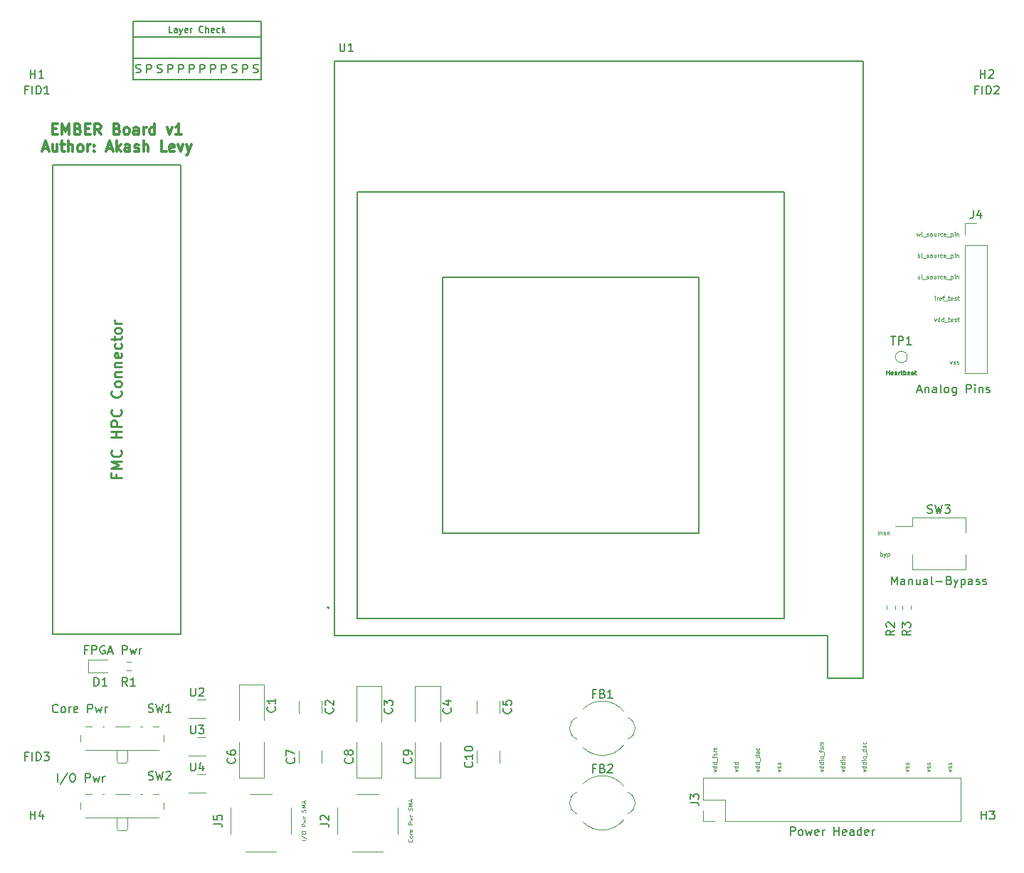
<source format=gbr>
%TF.GenerationSoftware,KiCad,Pcbnew,(6.0.9-0)*%
%TF.CreationDate,2022-12-19T14:05:18-05:00*%
%TF.ProjectId,ember-pcb,656d6265-722d-4706-9362-2e6b69636164,rev?*%
%TF.SameCoordinates,Original*%
%TF.FileFunction,Legend,Top*%
%TF.FilePolarity,Positive*%
%FSLAX46Y46*%
G04 Gerber Fmt 4.6, Leading zero omitted, Abs format (unit mm)*
G04 Created by KiCad (PCBNEW (6.0.9-0)) date 2022-12-19 14:05:18*
%MOMM*%
%LPD*%
G01*
G04 APERTURE LIST*
%ADD10C,0.200000*%
%ADD11C,0.150000*%
%ADD12C,0.317500*%
%ADD13C,0.125000*%
%ADD14C,0.127000*%
%ADD15C,0.254000*%
%ADD16C,0.120000*%
G04 APERTURE END LIST*
D10*
X74325000Y-65615000D02*
X89565000Y-65615000D01*
X89565000Y-65615000D02*
X89565000Y-121495000D01*
X89565000Y-121495000D02*
X74325000Y-121495000D01*
X74325000Y-121495000D02*
X74325000Y-65615000D01*
D11*
X83850000Y-52915000D02*
X99090000Y-52915000D01*
X99090000Y-52915000D02*
X99090000Y-55455000D01*
X99090000Y-55455000D02*
X83850000Y-55455000D01*
X83850000Y-55455000D02*
X83850000Y-52915000D01*
X83850000Y-48470000D02*
X99090000Y-48470000D01*
X99090000Y-48470000D02*
X99090000Y-50375000D01*
X99090000Y-50375000D02*
X83850000Y-50375000D01*
X83850000Y-50375000D02*
X83850000Y-48470000D01*
X110520000Y-68790000D02*
X161320000Y-68790000D01*
X161320000Y-68790000D02*
X161320000Y-119590000D01*
X161320000Y-119590000D02*
X110520000Y-119590000D01*
X110520000Y-119590000D02*
X110520000Y-68790000D01*
X83850000Y-50375000D02*
X99090000Y-50375000D01*
X99090000Y-50375000D02*
X99090000Y-52915000D01*
X99090000Y-52915000D02*
X83850000Y-52915000D01*
X83850000Y-52915000D02*
X83850000Y-50375000D01*
X120680000Y-78950000D02*
X151160000Y-78950000D01*
X151160000Y-78950000D02*
X151160000Y-109430000D01*
X151160000Y-109430000D02*
X120680000Y-109430000D01*
X120680000Y-109430000D02*
X120680000Y-78950000D01*
X84199285Y-54589761D02*
X84342142Y-54637380D01*
X84580238Y-54637380D01*
X84675476Y-54589761D01*
X84723095Y-54542142D01*
X84770714Y-54446904D01*
X84770714Y-54351666D01*
X84723095Y-54256428D01*
X84675476Y-54208809D01*
X84580238Y-54161190D01*
X84389761Y-54113571D01*
X84294523Y-54065952D01*
X84246904Y-54018333D01*
X84199285Y-53923095D01*
X84199285Y-53827857D01*
X84246904Y-53732619D01*
X84294523Y-53685000D01*
X84389761Y-53637380D01*
X84627857Y-53637380D01*
X84770714Y-53685000D01*
D12*
X74294761Y-61326935D02*
X74718095Y-61326935D01*
X74899523Y-61992173D02*
X74294761Y-61992173D01*
X74294761Y-60722173D01*
X74899523Y-60722173D01*
X75443809Y-61992173D02*
X75443809Y-60722173D01*
X75867142Y-61629316D01*
X76290476Y-60722173D01*
X76290476Y-61992173D01*
X77318571Y-61326935D02*
X77500000Y-61387411D01*
X77560476Y-61447888D01*
X77620952Y-61568840D01*
X77620952Y-61750269D01*
X77560476Y-61871221D01*
X77500000Y-61931697D01*
X77379047Y-61992173D01*
X76895238Y-61992173D01*
X76895238Y-60722173D01*
X77318571Y-60722173D01*
X77439523Y-60782650D01*
X77500000Y-60843126D01*
X77560476Y-60964078D01*
X77560476Y-61085030D01*
X77500000Y-61205983D01*
X77439523Y-61266459D01*
X77318571Y-61326935D01*
X76895238Y-61326935D01*
X78165238Y-61326935D02*
X78588571Y-61326935D01*
X78770000Y-61992173D02*
X78165238Y-61992173D01*
X78165238Y-60722173D01*
X78770000Y-60722173D01*
X80040000Y-61992173D02*
X79616666Y-61387411D01*
X79314285Y-61992173D02*
X79314285Y-60722173D01*
X79798095Y-60722173D01*
X79919047Y-60782650D01*
X79979523Y-60843126D01*
X80040000Y-60964078D01*
X80040000Y-61145507D01*
X79979523Y-61266459D01*
X79919047Y-61326935D01*
X79798095Y-61387411D01*
X79314285Y-61387411D01*
X81975238Y-61326935D02*
X82156666Y-61387411D01*
X82217142Y-61447888D01*
X82277619Y-61568840D01*
X82277619Y-61750269D01*
X82217142Y-61871221D01*
X82156666Y-61931697D01*
X82035714Y-61992173D01*
X81551904Y-61992173D01*
X81551904Y-60722173D01*
X81975238Y-60722173D01*
X82096190Y-60782650D01*
X82156666Y-60843126D01*
X82217142Y-60964078D01*
X82217142Y-61085030D01*
X82156666Y-61205983D01*
X82096190Y-61266459D01*
X81975238Y-61326935D01*
X81551904Y-61326935D01*
X83003333Y-61992173D02*
X82882380Y-61931697D01*
X82821904Y-61871221D01*
X82761428Y-61750269D01*
X82761428Y-61387411D01*
X82821904Y-61266459D01*
X82882380Y-61205983D01*
X83003333Y-61145507D01*
X83184761Y-61145507D01*
X83305714Y-61205983D01*
X83366190Y-61266459D01*
X83426666Y-61387411D01*
X83426666Y-61750269D01*
X83366190Y-61871221D01*
X83305714Y-61931697D01*
X83184761Y-61992173D01*
X83003333Y-61992173D01*
X84515238Y-61992173D02*
X84515238Y-61326935D01*
X84454761Y-61205983D01*
X84333809Y-61145507D01*
X84091904Y-61145507D01*
X83970952Y-61205983D01*
X84515238Y-61931697D02*
X84394285Y-61992173D01*
X84091904Y-61992173D01*
X83970952Y-61931697D01*
X83910476Y-61810745D01*
X83910476Y-61689792D01*
X83970952Y-61568840D01*
X84091904Y-61508364D01*
X84394285Y-61508364D01*
X84515238Y-61447888D01*
X85120000Y-61992173D02*
X85120000Y-61145507D01*
X85120000Y-61387411D02*
X85180476Y-61266459D01*
X85240952Y-61205983D01*
X85361904Y-61145507D01*
X85482857Y-61145507D01*
X86450476Y-61992173D02*
X86450476Y-60722173D01*
X86450476Y-61931697D02*
X86329523Y-61992173D01*
X86087619Y-61992173D01*
X85966666Y-61931697D01*
X85906190Y-61871221D01*
X85845714Y-61750269D01*
X85845714Y-61387411D01*
X85906190Y-61266459D01*
X85966666Y-61205983D01*
X86087619Y-61145507D01*
X86329523Y-61145507D01*
X86450476Y-61205983D01*
X87901904Y-61145507D02*
X88204285Y-61992173D01*
X88506666Y-61145507D01*
X89655714Y-61992173D02*
X88930000Y-61992173D01*
X89292857Y-61992173D02*
X89292857Y-60722173D01*
X89171904Y-60903602D01*
X89050952Y-61024554D01*
X88930000Y-61085030D01*
X73145714Y-63674016D02*
X73750476Y-63674016D01*
X73024761Y-64036873D02*
X73448095Y-62766873D01*
X73871428Y-64036873D01*
X74839047Y-63190207D02*
X74839047Y-64036873D01*
X74294761Y-63190207D02*
X74294761Y-63855445D01*
X74355238Y-63976397D01*
X74476190Y-64036873D01*
X74657619Y-64036873D01*
X74778571Y-63976397D01*
X74839047Y-63915921D01*
X75262380Y-63190207D02*
X75746190Y-63190207D01*
X75443809Y-62766873D02*
X75443809Y-63855445D01*
X75504285Y-63976397D01*
X75625238Y-64036873D01*
X75746190Y-64036873D01*
X76169523Y-64036873D02*
X76169523Y-62766873D01*
X76713809Y-64036873D02*
X76713809Y-63371635D01*
X76653333Y-63250683D01*
X76532380Y-63190207D01*
X76350952Y-63190207D01*
X76230000Y-63250683D01*
X76169523Y-63311159D01*
X77500000Y-64036873D02*
X77379047Y-63976397D01*
X77318571Y-63915921D01*
X77258095Y-63794969D01*
X77258095Y-63432111D01*
X77318571Y-63311159D01*
X77379047Y-63250683D01*
X77500000Y-63190207D01*
X77681428Y-63190207D01*
X77802380Y-63250683D01*
X77862857Y-63311159D01*
X77923333Y-63432111D01*
X77923333Y-63794969D01*
X77862857Y-63915921D01*
X77802380Y-63976397D01*
X77681428Y-64036873D01*
X77500000Y-64036873D01*
X78467619Y-64036873D02*
X78467619Y-63190207D01*
X78467619Y-63432111D02*
X78528095Y-63311159D01*
X78588571Y-63250683D01*
X78709523Y-63190207D01*
X78830476Y-63190207D01*
X79253809Y-63915921D02*
X79314285Y-63976397D01*
X79253809Y-64036873D01*
X79193333Y-63976397D01*
X79253809Y-63915921D01*
X79253809Y-64036873D01*
X79253809Y-63250683D02*
X79314285Y-63311159D01*
X79253809Y-63371635D01*
X79193333Y-63311159D01*
X79253809Y-63250683D01*
X79253809Y-63371635D01*
X80765714Y-63674016D02*
X81370476Y-63674016D01*
X80644761Y-64036873D02*
X81068095Y-62766873D01*
X81491428Y-64036873D01*
X81914761Y-64036873D02*
X81914761Y-62766873D01*
X82035714Y-63553064D02*
X82398571Y-64036873D01*
X82398571Y-63190207D02*
X81914761Y-63674016D01*
X83487142Y-64036873D02*
X83487142Y-63371635D01*
X83426666Y-63250683D01*
X83305714Y-63190207D01*
X83063809Y-63190207D01*
X82942857Y-63250683D01*
X83487142Y-63976397D02*
X83366190Y-64036873D01*
X83063809Y-64036873D01*
X82942857Y-63976397D01*
X82882380Y-63855445D01*
X82882380Y-63734492D01*
X82942857Y-63613540D01*
X83063809Y-63553064D01*
X83366190Y-63553064D01*
X83487142Y-63492588D01*
X84031428Y-63976397D02*
X84152380Y-64036873D01*
X84394285Y-64036873D01*
X84515238Y-63976397D01*
X84575714Y-63855445D01*
X84575714Y-63794969D01*
X84515238Y-63674016D01*
X84394285Y-63613540D01*
X84212857Y-63613540D01*
X84091904Y-63553064D01*
X84031428Y-63432111D01*
X84031428Y-63371635D01*
X84091904Y-63250683D01*
X84212857Y-63190207D01*
X84394285Y-63190207D01*
X84515238Y-63250683D01*
X85120000Y-64036873D02*
X85120000Y-62766873D01*
X85664285Y-64036873D02*
X85664285Y-63371635D01*
X85603809Y-63250683D01*
X85482857Y-63190207D01*
X85301428Y-63190207D01*
X85180476Y-63250683D01*
X85120000Y-63311159D01*
X87841428Y-64036873D02*
X87236666Y-64036873D01*
X87236666Y-62766873D01*
X88748571Y-63976397D02*
X88627619Y-64036873D01*
X88385714Y-64036873D01*
X88264761Y-63976397D01*
X88204285Y-63855445D01*
X88204285Y-63371635D01*
X88264761Y-63250683D01*
X88385714Y-63190207D01*
X88627619Y-63190207D01*
X88748571Y-63250683D01*
X88809047Y-63371635D01*
X88809047Y-63492588D01*
X88204285Y-63613540D01*
X89232380Y-63190207D02*
X89534761Y-64036873D01*
X89837142Y-63190207D01*
X90200000Y-63190207D02*
X90502380Y-64036873D01*
X90804761Y-63190207D02*
X90502380Y-64036873D01*
X90381428Y-64339254D01*
X90320952Y-64399730D01*
X90200000Y-64460207D01*
D13*
X172772083Y-112196190D02*
X172772083Y-111696190D01*
X172772083Y-111886666D02*
X172819702Y-111862857D01*
X172914940Y-111862857D01*
X172962559Y-111886666D01*
X172986369Y-111910476D01*
X173010178Y-111958095D01*
X173010178Y-112100952D01*
X172986369Y-112148571D01*
X172962559Y-112172380D01*
X172914940Y-112196190D01*
X172819702Y-112196190D01*
X172772083Y-112172380D01*
X173176845Y-111862857D02*
X173295892Y-112196190D01*
X173414940Y-111862857D02*
X173295892Y-112196190D01*
X173248273Y-112315238D01*
X173224464Y-112339047D01*
X173176845Y-112362857D01*
X173605416Y-111862857D02*
X173605416Y-112362857D01*
X173605416Y-111886666D02*
X173653035Y-111862857D01*
X173748273Y-111862857D01*
X173795892Y-111886666D01*
X173819702Y-111910476D01*
X173843511Y-111958095D01*
X173843511Y-112100952D01*
X173819702Y-112148571D01*
X173795892Y-112172380D01*
X173748273Y-112196190D01*
X173653035Y-112196190D01*
X173605416Y-112172380D01*
X155502857Y-137847321D02*
X155836190Y-137728273D01*
X155502857Y-137609226D01*
X155836190Y-137204464D02*
X155336190Y-137204464D01*
X155812380Y-137204464D02*
X155836190Y-137252083D01*
X155836190Y-137347321D01*
X155812380Y-137394940D01*
X155788571Y-137418750D01*
X155740952Y-137442559D01*
X155598095Y-137442559D01*
X155550476Y-137418750D01*
X155526666Y-137394940D01*
X155502857Y-137347321D01*
X155502857Y-137252083D01*
X155526666Y-137204464D01*
X155836190Y-136752083D02*
X155336190Y-136752083D01*
X155812380Y-136752083D02*
X155836190Y-136799702D01*
X155836190Y-136894940D01*
X155812380Y-136942559D01*
X155788571Y-136966369D01*
X155740952Y-136990178D01*
X155598095Y-136990178D01*
X155550476Y-136966369D01*
X155526666Y-136942559D01*
X155502857Y-136894940D01*
X155502857Y-136799702D01*
X155526666Y-136752083D01*
X172486369Y-109656190D02*
X172486369Y-109322857D01*
X172486369Y-109370476D02*
X172510178Y-109346666D01*
X172557797Y-109322857D01*
X172629226Y-109322857D01*
X172676845Y-109346666D01*
X172700654Y-109394285D01*
X172700654Y-109656190D01*
X172700654Y-109394285D02*
X172724464Y-109346666D01*
X172772083Y-109322857D01*
X172843511Y-109322857D01*
X172891130Y-109346666D01*
X172914940Y-109394285D01*
X172914940Y-109656190D01*
X173367321Y-109656190D02*
X173367321Y-109394285D01*
X173343511Y-109346666D01*
X173295892Y-109322857D01*
X173200654Y-109322857D01*
X173153035Y-109346666D01*
X173367321Y-109632380D02*
X173319702Y-109656190D01*
X173200654Y-109656190D01*
X173153035Y-109632380D01*
X173129226Y-109584761D01*
X173129226Y-109537142D01*
X173153035Y-109489523D01*
X173200654Y-109465714D01*
X173319702Y-109465714D01*
X173367321Y-109441904D01*
X173605416Y-109322857D02*
X173605416Y-109656190D01*
X173605416Y-109370476D02*
X173629226Y-109346666D01*
X173676845Y-109322857D01*
X173748273Y-109322857D01*
X173795892Y-109346666D01*
X173819702Y-109394285D01*
X173819702Y-109656190D01*
X181074702Y-89002857D02*
X181193750Y-89336190D01*
X181312797Y-89002857D01*
X181479464Y-89312380D02*
X181527083Y-89336190D01*
X181622321Y-89336190D01*
X181669940Y-89312380D01*
X181693750Y-89264761D01*
X181693750Y-89240952D01*
X181669940Y-89193333D01*
X181622321Y-89169523D01*
X181550892Y-89169523D01*
X181503273Y-89145714D01*
X181479464Y-89098095D01*
X181479464Y-89074285D01*
X181503273Y-89026666D01*
X181550892Y-89002857D01*
X181622321Y-89002857D01*
X181669940Y-89026666D01*
X181884226Y-89312380D02*
X181931845Y-89336190D01*
X182027083Y-89336190D01*
X182074702Y-89312380D01*
X182098511Y-89264761D01*
X182098511Y-89240952D01*
X182074702Y-89193333D01*
X182027083Y-89169523D01*
X181955654Y-89169523D01*
X181908035Y-89145714D01*
X181884226Y-89098095D01*
X181884226Y-89074285D01*
X181908035Y-89026666D01*
X181955654Y-89002857D01*
X182027083Y-89002857D01*
X182074702Y-89026666D01*
D11*
X89303095Y-54637380D02*
X89303095Y-53637380D01*
X89684047Y-53637380D01*
X89779285Y-53685000D01*
X89826904Y-53732619D01*
X89874523Y-53827857D01*
X89874523Y-53970714D01*
X89826904Y-54065952D01*
X89779285Y-54113571D01*
X89684047Y-54161190D01*
X89303095Y-54161190D01*
D13*
X179193750Y-83922857D02*
X179312797Y-84256190D01*
X179431845Y-83922857D01*
X179836607Y-84256190D02*
X179836607Y-83756190D01*
X179836607Y-84232380D02*
X179788988Y-84256190D01*
X179693750Y-84256190D01*
X179646130Y-84232380D01*
X179622321Y-84208571D01*
X179598511Y-84160952D01*
X179598511Y-84018095D01*
X179622321Y-83970476D01*
X179646130Y-83946666D01*
X179693750Y-83922857D01*
X179788988Y-83922857D01*
X179836607Y-83946666D01*
X180288988Y-84256190D02*
X180288988Y-83756190D01*
X180288988Y-84232380D02*
X180241369Y-84256190D01*
X180146130Y-84256190D01*
X180098511Y-84232380D01*
X180074702Y-84208571D01*
X180050892Y-84160952D01*
X180050892Y-84018095D01*
X180074702Y-83970476D01*
X180098511Y-83946666D01*
X180146130Y-83922857D01*
X180241369Y-83922857D01*
X180288988Y-83946666D01*
X180408035Y-84303809D02*
X180788988Y-84303809D01*
X180836607Y-83922857D02*
X181027083Y-83922857D01*
X180908035Y-83756190D02*
X180908035Y-84184761D01*
X180931845Y-84232380D01*
X180979464Y-84256190D01*
X181027083Y-84256190D01*
X181384226Y-84232380D02*
X181336607Y-84256190D01*
X181241369Y-84256190D01*
X181193750Y-84232380D01*
X181169940Y-84184761D01*
X181169940Y-83994285D01*
X181193750Y-83946666D01*
X181241369Y-83922857D01*
X181336607Y-83922857D01*
X181384226Y-83946666D01*
X181408035Y-83994285D01*
X181408035Y-84041904D01*
X181169940Y-84089523D01*
X181598511Y-84232380D02*
X181646130Y-84256190D01*
X181741369Y-84256190D01*
X181788988Y-84232380D01*
X181812797Y-84184761D01*
X181812797Y-84160952D01*
X181788988Y-84113333D01*
X181741369Y-84089523D01*
X181669940Y-84089523D01*
X181622321Y-84065714D01*
X181598511Y-84018095D01*
X181598511Y-83994285D01*
X181622321Y-83946666D01*
X181669940Y-83922857D01*
X181741369Y-83922857D01*
X181788988Y-83946666D01*
X181955654Y-83922857D02*
X182146130Y-83922857D01*
X182027083Y-83756190D02*
X182027083Y-84184761D01*
X182050892Y-84232380D01*
X182098511Y-84256190D01*
X182146130Y-84256190D01*
X178362857Y-137847321D02*
X178696190Y-137728273D01*
X178362857Y-137609226D01*
X178672380Y-137442559D02*
X178696190Y-137394940D01*
X178696190Y-137299702D01*
X178672380Y-137252083D01*
X178624761Y-137228273D01*
X178600952Y-137228273D01*
X178553333Y-137252083D01*
X178529523Y-137299702D01*
X178529523Y-137371130D01*
X178505714Y-137418750D01*
X178458095Y-137442559D01*
X178434285Y-137442559D01*
X178386666Y-137418750D01*
X178362857Y-137371130D01*
X178362857Y-137299702D01*
X178386666Y-137252083D01*
X178672380Y-137037797D02*
X178696190Y-136990178D01*
X178696190Y-136894940D01*
X178672380Y-136847321D01*
X178624761Y-136823511D01*
X178600952Y-136823511D01*
X178553333Y-136847321D01*
X178529523Y-136894940D01*
X178529523Y-136966369D01*
X178505714Y-137013988D01*
X178458095Y-137037797D01*
X178434285Y-137037797D01*
X178386666Y-137013988D01*
X178362857Y-136966369D01*
X178362857Y-136894940D01*
X178386666Y-136847321D01*
X177098511Y-73757857D02*
X177193750Y-74091190D01*
X177288988Y-73853095D01*
X177384226Y-74091190D01*
X177479464Y-73757857D01*
X177741369Y-74091190D02*
X177693750Y-74067380D01*
X177669940Y-74019761D01*
X177669940Y-73591190D01*
X177812797Y-74138809D02*
X178193750Y-74138809D01*
X178288988Y-74067380D02*
X178336607Y-74091190D01*
X178431845Y-74091190D01*
X178479464Y-74067380D01*
X178503273Y-74019761D01*
X178503273Y-73995952D01*
X178479464Y-73948333D01*
X178431845Y-73924523D01*
X178360416Y-73924523D01*
X178312797Y-73900714D01*
X178288988Y-73853095D01*
X178288988Y-73829285D01*
X178312797Y-73781666D01*
X178360416Y-73757857D01*
X178431845Y-73757857D01*
X178479464Y-73781666D01*
X178788988Y-74091190D02*
X178741369Y-74067380D01*
X178717559Y-74043571D01*
X178693750Y-73995952D01*
X178693750Y-73853095D01*
X178717559Y-73805476D01*
X178741369Y-73781666D01*
X178788988Y-73757857D01*
X178860416Y-73757857D01*
X178908035Y-73781666D01*
X178931845Y-73805476D01*
X178955654Y-73853095D01*
X178955654Y-73995952D01*
X178931845Y-74043571D01*
X178908035Y-74067380D01*
X178860416Y-74091190D01*
X178788988Y-74091190D01*
X179384226Y-73757857D02*
X179384226Y-74091190D01*
X179169940Y-73757857D02*
X179169940Y-74019761D01*
X179193750Y-74067380D01*
X179241369Y-74091190D01*
X179312797Y-74091190D01*
X179360416Y-74067380D01*
X179384226Y-74043571D01*
X179622321Y-74091190D02*
X179622321Y-73757857D01*
X179622321Y-73853095D02*
X179646130Y-73805476D01*
X179669940Y-73781666D01*
X179717559Y-73757857D01*
X179765178Y-73757857D01*
X180146130Y-74067380D02*
X180098511Y-74091190D01*
X180003273Y-74091190D01*
X179955654Y-74067380D01*
X179931845Y-74043571D01*
X179908035Y-73995952D01*
X179908035Y-73853095D01*
X179931845Y-73805476D01*
X179955654Y-73781666D01*
X180003273Y-73757857D01*
X180098511Y-73757857D01*
X180146130Y-73781666D01*
X180550892Y-74067380D02*
X180503273Y-74091190D01*
X180408035Y-74091190D01*
X180360416Y-74067380D01*
X180336607Y-74019761D01*
X180336607Y-73829285D01*
X180360416Y-73781666D01*
X180408035Y-73757857D01*
X180503273Y-73757857D01*
X180550892Y-73781666D01*
X180574702Y-73829285D01*
X180574702Y-73876904D01*
X180336607Y-73924523D01*
X180669940Y-74138809D02*
X181050892Y-74138809D01*
X181169940Y-73757857D02*
X181169940Y-74257857D01*
X181169940Y-73781666D02*
X181217559Y-73757857D01*
X181312797Y-73757857D01*
X181360416Y-73781666D01*
X181384226Y-73805476D01*
X181408035Y-73853095D01*
X181408035Y-73995952D01*
X181384226Y-74043571D01*
X181360416Y-74067380D01*
X181312797Y-74091190D01*
X181217559Y-74091190D01*
X181169940Y-74067380D01*
X181622321Y-74091190D02*
X181622321Y-73757857D01*
X181622321Y-73591190D02*
X181598511Y-73615000D01*
X181622321Y-73638809D01*
X181646130Y-73615000D01*
X181622321Y-73591190D01*
X181622321Y-73638809D01*
X181860416Y-73757857D02*
X181860416Y-74091190D01*
X181860416Y-73805476D02*
X181884226Y-73781666D01*
X181931845Y-73757857D01*
X182003273Y-73757857D01*
X182050892Y-73781666D01*
X182074702Y-73829285D01*
X182074702Y-74091190D01*
D14*
X173572476Y-90609809D02*
X173572476Y-90101809D01*
X173572476Y-90343714D02*
X173862761Y-90343714D01*
X173862761Y-90609809D02*
X173862761Y-90101809D01*
X174298190Y-90585619D02*
X174249809Y-90609809D01*
X174153047Y-90609809D01*
X174104666Y-90585619D01*
X174080476Y-90537238D01*
X174080476Y-90343714D01*
X174104666Y-90295333D01*
X174153047Y-90271142D01*
X174249809Y-90271142D01*
X174298190Y-90295333D01*
X174322380Y-90343714D01*
X174322380Y-90392095D01*
X174080476Y-90440476D01*
X174757809Y-90609809D02*
X174757809Y-90343714D01*
X174733619Y-90295333D01*
X174685238Y-90271142D01*
X174588476Y-90271142D01*
X174540095Y-90295333D01*
X174757809Y-90585619D02*
X174709428Y-90609809D01*
X174588476Y-90609809D01*
X174540095Y-90585619D01*
X174515904Y-90537238D01*
X174515904Y-90488857D01*
X174540095Y-90440476D01*
X174588476Y-90416285D01*
X174709428Y-90416285D01*
X174757809Y-90392095D01*
X174999714Y-90609809D02*
X174999714Y-90271142D01*
X174999714Y-90367904D02*
X175023904Y-90319523D01*
X175048095Y-90295333D01*
X175096476Y-90271142D01*
X175144857Y-90271142D01*
X175241619Y-90271142D02*
X175435142Y-90271142D01*
X175314190Y-90101809D02*
X175314190Y-90537238D01*
X175338380Y-90585619D01*
X175386761Y-90609809D01*
X175435142Y-90609809D01*
X175604476Y-90609809D02*
X175604476Y-90101809D01*
X175604476Y-90295333D02*
X175652857Y-90271142D01*
X175749619Y-90271142D01*
X175798000Y-90295333D01*
X175822190Y-90319523D01*
X175846380Y-90367904D01*
X175846380Y-90513047D01*
X175822190Y-90561428D01*
X175798000Y-90585619D01*
X175749619Y-90609809D01*
X175652857Y-90609809D01*
X175604476Y-90585619D01*
X176257619Y-90585619D02*
X176209238Y-90609809D01*
X176112476Y-90609809D01*
X176064095Y-90585619D01*
X176039904Y-90537238D01*
X176039904Y-90343714D01*
X176064095Y-90295333D01*
X176112476Y-90271142D01*
X176209238Y-90271142D01*
X176257619Y-90295333D01*
X176281809Y-90343714D01*
X176281809Y-90392095D01*
X176039904Y-90440476D01*
X176717238Y-90609809D02*
X176717238Y-90343714D01*
X176693047Y-90295333D01*
X176644666Y-90271142D01*
X176547904Y-90271142D01*
X176499523Y-90295333D01*
X176717238Y-90585619D02*
X176668857Y-90609809D01*
X176547904Y-90609809D01*
X176499523Y-90585619D01*
X176475333Y-90537238D01*
X176475333Y-90488857D01*
X176499523Y-90440476D01*
X176547904Y-90416285D01*
X176668857Y-90416285D01*
X176717238Y-90392095D01*
X176886571Y-90271142D02*
X177080095Y-90271142D01*
X176959142Y-90101809D02*
X176959142Y-90537238D01*
X176983333Y-90585619D01*
X177031714Y-90609809D01*
X177080095Y-90609809D01*
D11*
X93113095Y-54637380D02*
X93113095Y-53637380D01*
X93494047Y-53637380D01*
X93589285Y-53685000D01*
X93636904Y-53732619D01*
X93684523Y-53827857D01*
X93684523Y-53970714D01*
X93636904Y-54065952D01*
X93589285Y-54113571D01*
X93494047Y-54161190D01*
X93113095Y-54161190D01*
D13*
X160582857Y-137847321D02*
X160916190Y-137728273D01*
X160582857Y-137609226D01*
X160892380Y-137442559D02*
X160916190Y-137394940D01*
X160916190Y-137299702D01*
X160892380Y-137252083D01*
X160844761Y-137228273D01*
X160820952Y-137228273D01*
X160773333Y-137252083D01*
X160749523Y-137299702D01*
X160749523Y-137371130D01*
X160725714Y-137418750D01*
X160678095Y-137442559D01*
X160654285Y-137442559D01*
X160606666Y-137418750D01*
X160582857Y-137371130D01*
X160582857Y-137299702D01*
X160606666Y-137252083D01*
X160916190Y-136799702D02*
X160654285Y-136799702D01*
X160606666Y-136823511D01*
X160582857Y-136871130D01*
X160582857Y-136966369D01*
X160606666Y-137013988D01*
X160892380Y-136799702D02*
X160916190Y-136847321D01*
X160916190Y-136966369D01*
X160892380Y-137013988D01*
X160844761Y-137037797D01*
X160797142Y-137037797D01*
X160749523Y-137013988D01*
X160725714Y-136966369D01*
X160725714Y-136847321D01*
X160701904Y-136799702D01*
D11*
X91843095Y-54637380D02*
X91843095Y-53637380D01*
X92224047Y-53637380D01*
X92319285Y-53685000D01*
X92366904Y-53732619D01*
X92414523Y-53827857D01*
X92414523Y-53970714D01*
X92366904Y-54065952D01*
X92319285Y-54113571D01*
X92224047Y-54161190D01*
X91843095Y-54161190D01*
D13*
X180902857Y-137847321D02*
X181236190Y-137728273D01*
X180902857Y-137609226D01*
X181212380Y-137442559D02*
X181236190Y-137394940D01*
X181236190Y-137299702D01*
X181212380Y-137252083D01*
X181164761Y-137228273D01*
X181140952Y-137228273D01*
X181093333Y-137252083D01*
X181069523Y-137299702D01*
X181069523Y-137371130D01*
X181045714Y-137418750D01*
X180998095Y-137442559D01*
X180974285Y-137442559D01*
X180926666Y-137418750D01*
X180902857Y-137371130D01*
X180902857Y-137299702D01*
X180926666Y-137252083D01*
X181212380Y-137037797D02*
X181236190Y-136990178D01*
X181236190Y-136894940D01*
X181212380Y-136847321D01*
X181164761Y-136823511D01*
X181140952Y-136823511D01*
X181093333Y-136847321D01*
X181069523Y-136894940D01*
X181069523Y-136966369D01*
X181045714Y-137013988D01*
X180998095Y-137037797D01*
X180974285Y-137037797D01*
X180926666Y-137013988D01*
X180902857Y-136966369D01*
X180902857Y-136894940D01*
X180926666Y-136847321D01*
D11*
X88530857Y-49830714D02*
X88168000Y-49830714D01*
X88168000Y-49068714D01*
X89111428Y-49830714D02*
X89111428Y-49431571D01*
X89075142Y-49359000D01*
X89002571Y-49322714D01*
X88857428Y-49322714D01*
X88784857Y-49359000D01*
X89111428Y-49794428D02*
X89038857Y-49830714D01*
X88857428Y-49830714D01*
X88784857Y-49794428D01*
X88748571Y-49721857D01*
X88748571Y-49649285D01*
X88784857Y-49576714D01*
X88857428Y-49540428D01*
X89038857Y-49540428D01*
X89111428Y-49504142D01*
X89401714Y-49322714D02*
X89583142Y-49830714D01*
X89764571Y-49322714D02*
X89583142Y-49830714D01*
X89510571Y-50012142D01*
X89474285Y-50048428D01*
X89401714Y-50084714D01*
X90345142Y-49794428D02*
X90272571Y-49830714D01*
X90127428Y-49830714D01*
X90054857Y-49794428D01*
X90018571Y-49721857D01*
X90018571Y-49431571D01*
X90054857Y-49359000D01*
X90127428Y-49322714D01*
X90272571Y-49322714D01*
X90345142Y-49359000D01*
X90381428Y-49431571D01*
X90381428Y-49504142D01*
X90018571Y-49576714D01*
X90708000Y-49830714D02*
X90708000Y-49322714D01*
X90708000Y-49467857D02*
X90744285Y-49395285D01*
X90780571Y-49359000D01*
X90853142Y-49322714D01*
X90925714Y-49322714D01*
X92195714Y-49758142D02*
X92159428Y-49794428D01*
X92050571Y-49830714D01*
X91978000Y-49830714D01*
X91869142Y-49794428D01*
X91796571Y-49721857D01*
X91760285Y-49649285D01*
X91724000Y-49504142D01*
X91724000Y-49395285D01*
X91760285Y-49250142D01*
X91796571Y-49177571D01*
X91869142Y-49105000D01*
X91978000Y-49068714D01*
X92050571Y-49068714D01*
X92159428Y-49105000D01*
X92195714Y-49141285D01*
X92522285Y-49830714D02*
X92522285Y-49068714D01*
X92848857Y-49830714D02*
X92848857Y-49431571D01*
X92812571Y-49359000D01*
X92740000Y-49322714D01*
X92631142Y-49322714D01*
X92558571Y-49359000D01*
X92522285Y-49395285D01*
X93502000Y-49794428D02*
X93429428Y-49830714D01*
X93284285Y-49830714D01*
X93211714Y-49794428D01*
X93175428Y-49721857D01*
X93175428Y-49431571D01*
X93211714Y-49359000D01*
X93284285Y-49322714D01*
X93429428Y-49322714D01*
X93502000Y-49359000D01*
X93538285Y-49431571D01*
X93538285Y-49504142D01*
X93175428Y-49576714D01*
X94191428Y-49794428D02*
X94118857Y-49830714D01*
X93973714Y-49830714D01*
X93901142Y-49794428D01*
X93864857Y-49758142D01*
X93828571Y-49685571D01*
X93828571Y-49467857D01*
X93864857Y-49395285D01*
X93901142Y-49359000D01*
X93973714Y-49322714D01*
X94118857Y-49322714D01*
X94191428Y-49359000D01*
X94518000Y-49830714D02*
X94518000Y-49068714D01*
X94590571Y-49540428D02*
X94808285Y-49830714D01*
X94808285Y-49322714D02*
X94518000Y-49613000D01*
D13*
X170742857Y-137847321D02*
X171076190Y-137728273D01*
X170742857Y-137609226D01*
X171076190Y-137204464D02*
X170576190Y-137204464D01*
X171052380Y-137204464D02*
X171076190Y-137252083D01*
X171076190Y-137347321D01*
X171052380Y-137394940D01*
X171028571Y-137418750D01*
X170980952Y-137442559D01*
X170838095Y-137442559D01*
X170790476Y-137418750D01*
X170766666Y-137394940D01*
X170742857Y-137347321D01*
X170742857Y-137252083D01*
X170766666Y-137204464D01*
X171076190Y-136752083D02*
X170576190Y-136752083D01*
X171052380Y-136752083D02*
X171076190Y-136799702D01*
X171076190Y-136894940D01*
X171052380Y-136942559D01*
X171028571Y-136966369D01*
X170980952Y-136990178D01*
X170838095Y-136990178D01*
X170790476Y-136966369D01*
X170766666Y-136942559D01*
X170742857Y-136894940D01*
X170742857Y-136799702D01*
X170766666Y-136752083D01*
X171076190Y-136513988D02*
X170742857Y-136513988D01*
X170576190Y-136513988D02*
X170600000Y-136537797D01*
X170623809Y-136513988D01*
X170600000Y-136490178D01*
X170576190Y-136513988D01*
X170623809Y-136513988D01*
X171076190Y-136204464D02*
X171052380Y-136252083D01*
X171028571Y-136275892D01*
X170980952Y-136299702D01*
X170838095Y-136299702D01*
X170790476Y-136275892D01*
X170766666Y-136252083D01*
X170742857Y-136204464D01*
X170742857Y-136133035D01*
X170766666Y-136085416D01*
X170790476Y-136061607D01*
X170838095Y-136037797D01*
X170980952Y-136037797D01*
X171028571Y-136061607D01*
X171052380Y-136085416D01*
X171076190Y-136133035D01*
X171076190Y-136204464D01*
X171123809Y-135942559D02*
X171123809Y-135561607D01*
X171076190Y-135228273D02*
X170576190Y-135228273D01*
X171052380Y-135228273D02*
X171076190Y-135275892D01*
X171076190Y-135371130D01*
X171052380Y-135418750D01*
X171028571Y-135442559D01*
X170980952Y-135466369D01*
X170838095Y-135466369D01*
X170790476Y-135442559D01*
X170766666Y-135418750D01*
X170742857Y-135371130D01*
X170742857Y-135275892D01*
X170766666Y-135228273D01*
X171076190Y-134775892D02*
X170814285Y-134775892D01*
X170766666Y-134799702D01*
X170742857Y-134847321D01*
X170742857Y-134942559D01*
X170766666Y-134990178D01*
X171052380Y-134775892D02*
X171076190Y-134823511D01*
X171076190Y-134942559D01*
X171052380Y-134990178D01*
X171004761Y-135013988D01*
X170957142Y-135013988D01*
X170909523Y-134990178D01*
X170885714Y-134942559D01*
X170885714Y-134823511D01*
X170861904Y-134775892D01*
X171052380Y-134323511D02*
X171076190Y-134371130D01*
X171076190Y-134466369D01*
X171052380Y-134513988D01*
X171028571Y-134537797D01*
X170980952Y-134561607D01*
X170838095Y-134561607D01*
X170790476Y-134537797D01*
X170766666Y-134513988D01*
X170742857Y-134466369D01*
X170742857Y-134371130D01*
X170766666Y-134323511D01*
X158042857Y-137847321D02*
X158376190Y-137728273D01*
X158042857Y-137609226D01*
X158376190Y-137204464D02*
X157876190Y-137204464D01*
X158352380Y-137204464D02*
X158376190Y-137252083D01*
X158376190Y-137347321D01*
X158352380Y-137394940D01*
X158328571Y-137418750D01*
X158280952Y-137442559D01*
X158138095Y-137442559D01*
X158090476Y-137418750D01*
X158066666Y-137394940D01*
X158042857Y-137347321D01*
X158042857Y-137252083D01*
X158066666Y-137204464D01*
X158376190Y-136752083D02*
X157876190Y-136752083D01*
X158352380Y-136752083D02*
X158376190Y-136799702D01*
X158376190Y-136894940D01*
X158352380Y-136942559D01*
X158328571Y-136966369D01*
X158280952Y-136990178D01*
X158138095Y-136990178D01*
X158090476Y-136966369D01*
X158066666Y-136942559D01*
X158042857Y-136894940D01*
X158042857Y-136799702D01*
X158066666Y-136752083D01*
X158423809Y-136633035D02*
X158423809Y-136252083D01*
X158376190Y-135918750D02*
X157876190Y-135918750D01*
X158352380Y-135918750D02*
X158376190Y-135966369D01*
X158376190Y-136061607D01*
X158352380Y-136109226D01*
X158328571Y-136133035D01*
X158280952Y-136156845D01*
X158138095Y-136156845D01*
X158090476Y-136133035D01*
X158066666Y-136109226D01*
X158042857Y-136061607D01*
X158042857Y-135966369D01*
X158066666Y-135918750D01*
X158376190Y-135466369D02*
X158114285Y-135466369D01*
X158066666Y-135490178D01*
X158042857Y-135537797D01*
X158042857Y-135633035D01*
X158066666Y-135680654D01*
X158352380Y-135466369D02*
X158376190Y-135513988D01*
X158376190Y-135633035D01*
X158352380Y-135680654D01*
X158304761Y-135704464D01*
X158257142Y-135704464D01*
X158209523Y-135680654D01*
X158185714Y-135633035D01*
X158185714Y-135513988D01*
X158161904Y-135466369D01*
X158352380Y-135013988D02*
X158376190Y-135061607D01*
X158376190Y-135156845D01*
X158352380Y-135204464D01*
X158328571Y-135228273D01*
X158280952Y-135252083D01*
X158138095Y-135252083D01*
X158090476Y-135228273D01*
X158066666Y-135204464D01*
X158042857Y-135156845D01*
X158042857Y-135061607D01*
X158066666Y-135013988D01*
D11*
X78452742Y-123328571D02*
X78119408Y-123328571D01*
X78119408Y-123852380D02*
X78119408Y-122852380D01*
X78595599Y-122852380D01*
X78976551Y-123852380D02*
X78976551Y-122852380D01*
X79357503Y-122852380D01*
X79452742Y-122900000D01*
X79500361Y-122947619D01*
X79547980Y-123042857D01*
X79547980Y-123185714D01*
X79500361Y-123280952D01*
X79452742Y-123328571D01*
X79357503Y-123376190D01*
X78976551Y-123376190D01*
X80500361Y-122900000D02*
X80405122Y-122852380D01*
X80262265Y-122852380D01*
X80119408Y-122900000D01*
X80024170Y-122995238D01*
X79976551Y-123090476D01*
X79928932Y-123280952D01*
X79928932Y-123423809D01*
X79976551Y-123614285D01*
X80024170Y-123709523D01*
X80119408Y-123804761D01*
X80262265Y-123852380D01*
X80357503Y-123852380D01*
X80500361Y-123804761D01*
X80547980Y-123757142D01*
X80547980Y-123423809D01*
X80357503Y-123423809D01*
X80928932Y-123566666D02*
X81405122Y-123566666D01*
X80833694Y-123852380D02*
X81167027Y-122852380D01*
X81500361Y-123852380D01*
X82595599Y-123852380D02*
X82595599Y-122852380D01*
X82976551Y-122852380D01*
X83071789Y-122900000D01*
X83119408Y-122947619D01*
X83167027Y-123042857D01*
X83167027Y-123185714D01*
X83119408Y-123280952D01*
X83071789Y-123328571D01*
X82976551Y-123376190D01*
X82595599Y-123376190D01*
X83500361Y-123185714D02*
X83690837Y-123852380D01*
X83881313Y-123376190D01*
X84071789Y-123852380D01*
X84262265Y-123185714D01*
X84643218Y-123852380D02*
X84643218Y-123185714D01*
X84643218Y-123376190D02*
X84690837Y-123280952D01*
X84738456Y-123233333D01*
X84833694Y-123185714D01*
X84928932Y-123185714D01*
D13*
X104401190Y-146024523D02*
X103901190Y-146024523D01*
X103877380Y-145429285D02*
X104520238Y-145857857D01*
X103901190Y-145167380D02*
X103901190Y-145072142D01*
X103925000Y-145024523D01*
X103972619Y-144976904D01*
X104067857Y-144953095D01*
X104234523Y-144953095D01*
X104329761Y-144976904D01*
X104377380Y-145024523D01*
X104401190Y-145072142D01*
X104401190Y-145167380D01*
X104377380Y-145215000D01*
X104329761Y-145262619D01*
X104234523Y-145286428D01*
X104067857Y-145286428D01*
X103972619Y-145262619D01*
X103925000Y-145215000D01*
X103901190Y-145167380D01*
X104401190Y-144357857D02*
X103901190Y-144357857D01*
X103901190Y-144167380D01*
X103925000Y-144119761D01*
X103948809Y-144095952D01*
X103996428Y-144072142D01*
X104067857Y-144072142D01*
X104115476Y-144095952D01*
X104139285Y-144119761D01*
X104163095Y-144167380D01*
X104163095Y-144357857D01*
X104067857Y-143905476D02*
X104401190Y-143810238D01*
X104163095Y-143715000D01*
X104401190Y-143619761D01*
X104067857Y-143524523D01*
X104401190Y-143334047D02*
X104067857Y-143334047D01*
X104163095Y-143334047D02*
X104115476Y-143310238D01*
X104091666Y-143286428D01*
X104067857Y-143238809D01*
X104067857Y-143191190D01*
X104377380Y-142667380D02*
X104401190Y-142595952D01*
X104401190Y-142476904D01*
X104377380Y-142429285D01*
X104353571Y-142405476D01*
X104305952Y-142381666D01*
X104258333Y-142381666D01*
X104210714Y-142405476D01*
X104186904Y-142429285D01*
X104163095Y-142476904D01*
X104139285Y-142572142D01*
X104115476Y-142619761D01*
X104091666Y-142643571D01*
X104044047Y-142667380D01*
X103996428Y-142667380D01*
X103948809Y-142643571D01*
X103925000Y-142619761D01*
X103901190Y-142572142D01*
X103901190Y-142453095D01*
X103925000Y-142381666D01*
X104401190Y-142167380D02*
X103901190Y-142167380D01*
X104258333Y-142000714D01*
X103901190Y-141834047D01*
X104401190Y-141834047D01*
X104258333Y-141619761D02*
X104258333Y-141381666D01*
X104401190Y-141667380D02*
X103901190Y-141500714D01*
X104401190Y-141334047D01*
D15*
X81854285Y-102414761D02*
X81854285Y-102838095D01*
X82519523Y-102838095D02*
X81249523Y-102838095D01*
X81249523Y-102233333D01*
X82519523Y-101749523D02*
X81249523Y-101749523D01*
X82156666Y-101326190D01*
X81249523Y-100902857D01*
X82519523Y-100902857D01*
X82398571Y-99572380D02*
X82459047Y-99632857D01*
X82519523Y-99814285D01*
X82519523Y-99935238D01*
X82459047Y-100116666D01*
X82338095Y-100237619D01*
X82217142Y-100298095D01*
X81975238Y-100358571D01*
X81793809Y-100358571D01*
X81551904Y-100298095D01*
X81430952Y-100237619D01*
X81310000Y-100116666D01*
X81249523Y-99935238D01*
X81249523Y-99814285D01*
X81310000Y-99632857D01*
X81370476Y-99572380D01*
X82519523Y-98060476D02*
X81249523Y-98060476D01*
X81854285Y-98060476D02*
X81854285Y-97334761D01*
X82519523Y-97334761D02*
X81249523Y-97334761D01*
X82519523Y-96730000D02*
X81249523Y-96730000D01*
X81249523Y-96246190D01*
X81310000Y-96125238D01*
X81370476Y-96064761D01*
X81491428Y-96004285D01*
X81672857Y-96004285D01*
X81793809Y-96064761D01*
X81854285Y-96125238D01*
X81914761Y-96246190D01*
X81914761Y-96730000D01*
X82398571Y-94734285D02*
X82459047Y-94794761D01*
X82519523Y-94976190D01*
X82519523Y-95097142D01*
X82459047Y-95278571D01*
X82338095Y-95399523D01*
X82217142Y-95460000D01*
X81975238Y-95520476D01*
X81793809Y-95520476D01*
X81551904Y-95460000D01*
X81430952Y-95399523D01*
X81310000Y-95278571D01*
X81249523Y-95097142D01*
X81249523Y-94976190D01*
X81310000Y-94794761D01*
X81370476Y-94734285D01*
X82398571Y-92496666D02*
X82459047Y-92557142D01*
X82519523Y-92738571D01*
X82519523Y-92859523D01*
X82459047Y-93040952D01*
X82338095Y-93161904D01*
X82217142Y-93222380D01*
X81975238Y-93282857D01*
X81793809Y-93282857D01*
X81551904Y-93222380D01*
X81430952Y-93161904D01*
X81310000Y-93040952D01*
X81249523Y-92859523D01*
X81249523Y-92738571D01*
X81310000Y-92557142D01*
X81370476Y-92496666D01*
X82519523Y-91770952D02*
X82459047Y-91891904D01*
X82398571Y-91952380D01*
X82277619Y-92012857D01*
X81914761Y-92012857D01*
X81793809Y-91952380D01*
X81733333Y-91891904D01*
X81672857Y-91770952D01*
X81672857Y-91589523D01*
X81733333Y-91468571D01*
X81793809Y-91408095D01*
X81914761Y-91347619D01*
X82277619Y-91347619D01*
X82398571Y-91408095D01*
X82459047Y-91468571D01*
X82519523Y-91589523D01*
X82519523Y-91770952D01*
X81672857Y-90803333D02*
X82519523Y-90803333D01*
X81793809Y-90803333D02*
X81733333Y-90742857D01*
X81672857Y-90621904D01*
X81672857Y-90440476D01*
X81733333Y-90319523D01*
X81854285Y-90259047D01*
X82519523Y-90259047D01*
X81672857Y-89654285D02*
X82519523Y-89654285D01*
X81793809Y-89654285D02*
X81733333Y-89593809D01*
X81672857Y-89472857D01*
X81672857Y-89291428D01*
X81733333Y-89170476D01*
X81854285Y-89110000D01*
X82519523Y-89110000D01*
X82459047Y-88021428D02*
X82519523Y-88142380D01*
X82519523Y-88384285D01*
X82459047Y-88505238D01*
X82338095Y-88565714D01*
X81854285Y-88565714D01*
X81733333Y-88505238D01*
X81672857Y-88384285D01*
X81672857Y-88142380D01*
X81733333Y-88021428D01*
X81854285Y-87960952D01*
X81975238Y-87960952D01*
X82096190Y-88565714D01*
X82459047Y-86872380D02*
X82519523Y-86993333D01*
X82519523Y-87235238D01*
X82459047Y-87356190D01*
X82398571Y-87416666D01*
X82277619Y-87477142D01*
X81914761Y-87477142D01*
X81793809Y-87416666D01*
X81733333Y-87356190D01*
X81672857Y-87235238D01*
X81672857Y-86993333D01*
X81733333Y-86872380D01*
X81672857Y-86509523D02*
X81672857Y-86025714D01*
X81249523Y-86328095D02*
X82338095Y-86328095D01*
X82459047Y-86267619D01*
X82519523Y-86146666D01*
X82519523Y-86025714D01*
X82519523Y-85420952D02*
X82459047Y-85541904D01*
X82398571Y-85602380D01*
X82277619Y-85662857D01*
X81914761Y-85662857D01*
X81793809Y-85602380D01*
X81733333Y-85541904D01*
X81672857Y-85420952D01*
X81672857Y-85239523D01*
X81733333Y-85118571D01*
X81793809Y-85058095D01*
X81914761Y-84997619D01*
X82277619Y-84997619D01*
X82398571Y-85058095D01*
X82459047Y-85118571D01*
X82519523Y-85239523D01*
X82519523Y-85420952D01*
X82519523Y-84453333D02*
X81672857Y-84453333D01*
X81914761Y-84453333D02*
X81793809Y-84392857D01*
X81733333Y-84332380D01*
X81672857Y-84211428D01*
X81672857Y-84090476D01*
D11*
X74909761Y-130737142D02*
X74862142Y-130784761D01*
X74719285Y-130832380D01*
X74624047Y-130832380D01*
X74481190Y-130784761D01*
X74385952Y-130689523D01*
X74338333Y-130594285D01*
X74290714Y-130403809D01*
X74290714Y-130260952D01*
X74338333Y-130070476D01*
X74385952Y-129975238D01*
X74481190Y-129880000D01*
X74624047Y-129832380D01*
X74719285Y-129832380D01*
X74862142Y-129880000D01*
X74909761Y-129927619D01*
X75481190Y-130832380D02*
X75385952Y-130784761D01*
X75338333Y-130737142D01*
X75290714Y-130641904D01*
X75290714Y-130356190D01*
X75338333Y-130260952D01*
X75385952Y-130213333D01*
X75481190Y-130165714D01*
X75624047Y-130165714D01*
X75719285Y-130213333D01*
X75766904Y-130260952D01*
X75814523Y-130356190D01*
X75814523Y-130641904D01*
X75766904Y-130737142D01*
X75719285Y-130784761D01*
X75624047Y-130832380D01*
X75481190Y-130832380D01*
X76243095Y-130832380D02*
X76243095Y-130165714D01*
X76243095Y-130356190D02*
X76290714Y-130260952D01*
X76338333Y-130213333D01*
X76433571Y-130165714D01*
X76528809Y-130165714D01*
X77243095Y-130784761D02*
X77147857Y-130832380D01*
X76957380Y-130832380D01*
X76862142Y-130784761D01*
X76814523Y-130689523D01*
X76814523Y-130308571D01*
X76862142Y-130213333D01*
X76957380Y-130165714D01*
X77147857Y-130165714D01*
X77243095Y-130213333D01*
X77290714Y-130308571D01*
X77290714Y-130403809D01*
X76814523Y-130499047D01*
X78481190Y-130832380D02*
X78481190Y-129832380D01*
X78862142Y-129832380D01*
X78957380Y-129880000D01*
X79005000Y-129927619D01*
X79052619Y-130022857D01*
X79052619Y-130165714D01*
X79005000Y-130260952D01*
X78957380Y-130308571D01*
X78862142Y-130356190D01*
X78481190Y-130356190D01*
X79385952Y-130165714D02*
X79576428Y-130832380D01*
X79766904Y-130356190D01*
X79957380Y-130832380D01*
X80147857Y-130165714D01*
X80528809Y-130832380D02*
X80528809Y-130165714D01*
X80528809Y-130356190D02*
X80576428Y-130260952D01*
X80624047Y-130213333D01*
X80719285Y-130165714D01*
X80814523Y-130165714D01*
D13*
X117053571Y-145941190D02*
X117077380Y-145965000D01*
X117101190Y-146036428D01*
X117101190Y-146084047D01*
X117077380Y-146155476D01*
X117029761Y-146203095D01*
X116982142Y-146226904D01*
X116886904Y-146250714D01*
X116815476Y-146250714D01*
X116720238Y-146226904D01*
X116672619Y-146203095D01*
X116625000Y-146155476D01*
X116601190Y-146084047D01*
X116601190Y-146036428D01*
X116625000Y-145965000D01*
X116648809Y-145941190D01*
X117101190Y-145655476D02*
X117077380Y-145703095D01*
X117053571Y-145726904D01*
X117005952Y-145750714D01*
X116863095Y-145750714D01*
X116815476Y-145726904D01*
X116791666Y-145703095D01*
X116767857Y-145655476D01*
X116767857Y-145584047D01*
X116791666Y-145536428D01*
X116815476Y-145512619D01*
X116863095Y-145488809D01*
X117005952Y-145488809D01*
X117053571Y-145512619D01*
X117077380Y-145536428D01*
X117101190Y-145584047D01*
X117101190Y-145655476D01*
X117101190Y-145274523D02*
X116767857Y-145274523D01*
X116863095Y-145274523D02*
X116815476Y-145250714D01*
X116791666Y-145226904D01*
X116767857Y-145179285D01*
X116767857Y-145131666D01*
X117077380Y-144774523D02*
X117101190Y-144822142D01*
X117101190Y-144917380D01*
X117077380Y-144965000D01*
X117029761Y-144988809D01*
X116839285Y-144988809D01*
X116791666Y-144965000D01*
X116767857Y-144917380D01*
X116767857Y-144822142D01*
X116791666Y-144774523D01*
X116839285Y-144750714D01*
X116886904Y-144750714D01*
X116934523Y-144988809D01*
X117101190Y-144155476D02*
X116601190Y-144155476D01*
X116601190Y-143965000D01*
X116625000Y-143917380D01*
X116648809Y-143893571D01*
X116696428Y-143869761D01*
X116767857Y-143869761D01*
X116815476Y-143893571D01*
X116839285Y-143917380D01*
X116863095Y-143965000D01*
X116863095Y-144155476D01*
X116767857Y-143703095D02*
X117101190Y-143607857D01*
X116863095Y-143512619D01*
X117101190Y-143417380D01*
X116767857Y-143322142D01*
X117101190Y-143131666D02*
X116767857Y-143131666D01*
X116863095Y-143131666D02*
X116815476Y-143107857D01*
X116791666Y-143084047D01*
X116767857Y-143036428D01*
X116767857Y-142988809D01*
X117077380Y-142465000D02*
X117101190Y-142393571D01*
X117101190Y-142274523D01*
X117077380Y-142226904D01*
X117053571Y-142203095D01*
X117005952Y-142179285D01*
X116958333Y-142179285D01*
X116910714Y-142203095D01*
X116886904Y-142226904D01*
X116863095Y-142274523D01*
X116839285Y-142369761D01*
X116815476Y-142417380D01*
X116791666Y-142441190D01*
X116744047Y-142465000D01*
X116696428Y-142465000D01*
X116648809Y-142441190D01*
X116625000Y-142417380D01*
X116601190Y-142369761D01*
X116601190Y-142250714D01*
X116625000Y-142179285D01*
X117101190Y-141965000D02*
X116601190Y-141965000D01*
X116958333Y-141798333D01*
X116601190Y-141631666D01*
X117101190Y-141631666D01*
X116958333Y-141417380D02*
X116958333Y-141179285D01*
X117101190Y-141465000D02*
X116601190Y-141298333D01*
X117101190Y-141131666D01*
D11*
X174115952Y-115597380D02*
X174115952Y-114597380D01*
X174449285Y-115311666D01*
X174782619Y-114597380D01*
X174782619Y-115597380D01*
X175687380Y-115597380D02*
X175687380Y-115073571D01*
X175639761Y-114978333D01*
X175544523Y-114930714D01*
X175354047Y-114930714D01*
X175258809Y-114978333D01*
X175687380Y-115549761D02*
X175592142Y-115597380D01*
X175354047Y-115597380D01*
X175258809Y-115549761D01*
X175211190Y-115454523D01*
X175211190Y-115359285D01*
X175258809Y-115264047D01*
X175354047Y-115216428D01*
X175592142Y-115216428D01*
X175687380Y-115168809D01*
X176163571Y-114930714D02*
X176163571Y-115597380D01*
X176163571Y-115025952D02*
X176211190Y-114978333D01*
X176306428Y-114930714D01*
X176449285Y-114930714D01*
X176544523Y-114978333D01*
X176592142Y-115073571D01*
X176592142Y-115597380D01*
X177496904Y-114930714D02*
X177496904Y-115597380D01*
X177068333Y-114930714D02*
X177068333Y-115454523D01*
X177115952Y-115549761D01*
X177211190Y-115597380D01*
X177354047Y-115597380D01*
X177449285Y-115549761D01*
X177496904Y-115502142D01*
X178401666Y-115597380D02*
X178401666Y-115073571D01*
X178354047Y-114978333D01*
X178258809Y-114930714D01*
X178068333Y-114930714D01*
X177973095Y-114978333D01*
X178401666Y-115549761D02*
X178306428Y-115597380D01*
X178068333Y-115597380D01*
X177973095Y-115549761D01*
X177925476Y-115454523D01*
X177925476Y-115359285D01*
X177973095Y-115264047D01*
X178068333Y-115216428D01*
X178306428Y-115216428D01*
X178401666Y-115168809D01*
X179020714Y-115597380D02*
X178925476Y-115549761D01*
X178877857Y-115454523D01*
X178877857Y-114597380D01*
X179401666Y-115216428D02*
X180163571Y-115216428D01*
X180973095Y-115073571D02*
X181115952Y-115121190D01*
X181163571Y-115168809D01*
X181211190Y-115264047D01*
X181211190Y-115406904D01*
X181163571Y-115502142D01*
X181115952Y-115549761D01*
X181020714Y-115597380D01*
X180639761Y-115597380D01*
X180639761Y-114597380D01*
X180973095Y-114597380D01*
X181068333Y-114645000D01*
X181115952Y-114692619D01*
X181163571Y-114787857D01*
X181163571Y-114883095D01*
X181115952Y-114978333D01*
X181068333Y-115025952D01*
X180973095Y-115073571D01*
X180639761Y-115073571D01*
X181544523Y-114930714D02*
X181782619Y-115597380D01*
X182020714Y-114930714D02*
X181782619Y-115597380D01*
X181687380Y-115835476D01*
X181639761Y-115883095D01*
X181544523Y-115930714D01*
X182401666Y-114930714D02*
X182401666Y-115930714D01*
X182401666Y-114978333D02*
X182496904Y-114930714D01*
X182687380Y-114930714D01*
X182782619Y-114978333D01*
X182830238Y-115025952D01*
X182877857Y-115121190D01*
X182877857Y-115406904D01*
X182830238Y-115502142D01*
X182782619Y-115549761D01*
X182687380Y-115597380D01*
X182496904Y-115597380D01*
X182401666Y-115549761D01*
X183735000Y-115597380D02*
X183735000Y-115073571D01*
X183687380Y-114978333D01*
X183592142Y-114930714D01*
X183401666Y-114930714D01*
X183306428Y-114978333D01*
X183735000Y-115549761D02*
X183639761Y-115597380D01*
X183401666Y-115597380D01*
X183306428Y-115549761D01*
X183258809Y-115454523D01*
X183258809Y-115359285D01*
X183306428Y-115264047D01*
X183401666Y-115216428D01*
X183639761Y-115216428D01*
X183735000Y-115168809D01*
X184163571Y-115549761D02*
X184258809Y-115597380D01*
X184449285Y-115597380D01*
X184544523Y-115549761D01*
X184592142Y-115454523D01*
X184592142Y-115406904D01*
X184544523Y-115311666D01*
X184449285Y-115264047D01*
X184306428Y-115264047D01*
X184211190Y-115216428D01*
X184163571Y-115121190D01*
X184163571Y-115073571D01*
X184211190Y-114978333D01*
X184306428Y-114930714D01*
X184449285Y-114930714D01*
X184544523Y-114978333D01*
X184973095Y-115549761D02*
X185068333Y-115597380D01*
X185258809Y-115597380D01*
X185354047Y-115549761D01*
X185401666Y-115454523D01*
X185401666Y-115406904D01*
X185354047Y-115311666D01*
X185258809Y-115264047D01*
X185115952Y-115264047D01*
X185020714Y-115216428D01*
X184973095Y-115121190D01*
X184973095Y-115073571D01*
X185020714Y-114978333D01*
X185115952Y-114930714D01*
X185258809Y-114930714D01*
X185354047Y-114978333D01*
X162087619Y-145437380D02*
X162087619Y-144437380D01*
X162468571Y-144437380D01*
X162563809Y-144485000D01*
X162611428Y-144532619D01*
X162659047Y-144627857D01*
X162659047Y-144770714D01*
X162611428Y-144865952D01*
X162563809Y-144913571D01*
X162468571Y-144961190D01*
X162087619Y-144961190D01*
X163230476Y-145437380D02*
X163135238Y-145389761D01*
X163087619Y-145342142D01*
X163040000Y-145246904D01*
X163040000Y-144961190D01*
X163087619Y-144865952D01*
X163135238Y-144818333D01*
X163230476Y-144770714D01*
X163373333Y-144770714D01*
X163468571Y-144818333D01*
X163516190Y-144865952D01*
X163563809Y-144961190D01*
X163563809Y-145246904D01*
X163516190Y-145342142D01*
X163468571Y-145389761D01*
X163373333Y-145437380D01*
X163230476Y-145437380D01*
X163897142Y-144770714D02*
X164087619Y-145437380D01*
X164278095Y-144961190D01*
X164468571Y-145437380D01*
X164659047Y-144770714D01*
X165420952Y-145389761D02*
X165325714Y-145437380D01*
X165135238Y-145437380D01*
X165040000Y-145389761D01*
X164992380Y-145294523D01*
X164992380Y-144913571D01*
X165040000Y-144818333D01*
X165135238Y-144770714D01*
X165325714Y-144770714D01*
X165420952Y-144818333D01*
X165468571Y-144913571D01*
X165468571Y-145008809D01*
X164992380Y-145104047D01*
X165897142Y-145437380D02*
X165897142Y-144770714D01*
X165897142Y-144961190D02*
X165944761Y-144865952D01*
X165992380Y-144818333D01*
X166087619Y-144770714D01*
X166182857Y-144770714D01*
X167278095Y-145437380D02*
X167278095Y-144437380D01*
X167278095Y-144913571D02*
X167849523Y-144913571D01*
X167849523Y-145437380D02*
X167849523Y-144437380D01*
X168706666Y-145389761D02*
X168611428Y-145437380D01*
X168420952Y-145437380D01*
X168325714Y-145389761D01*
X168278095Y-145294523D01*
X168278095Y-144913571D01*
X168325714Y-144818333D01*
X168420952Y-144770714D01*
X168611428Y-144770714D01*
X168706666Y-144818333D01*
X168754285Y-144913571D01*
X168754285Y-145008809D01*
X168278095Y-145104047D01*
X169611428Y-145437380D02*
X169611428Y-144913571D01*
X169563809Y-144818333D01*
X169468571Y-144770714D01*
X169278095Y-144770714D01*
X169182857Y-144818333D01*
X169611428Y-145389761D02*
X169516190Y-145437380D01*
X169278095Y-145437380D01*
X169182857Y-145389761D01*
X169135238Y-145294523D01*
X169135238Y-145199285D01*
X169182857Y-145104047D01*
X169278095Y-145056428D01*
X169516190Y-145056428D01*
X169611428Y-145008809D01*
X170516190Y-145437380D02*
X170516190Y-144437380D01*
X170516190Y-145389761D02*
X170420952Y-145437380D01*
X170230476Y-145437380D01*
X170135238Y-145389761D01*
X170087619Y-145342142D01*
X170040000Y-145246904D01*
X170040000Y-144961190D01*
X170087619Y-144865952D01*
X170135238Y-144818333D01*
X170230476Y-144770714D01*
X170420952Y-144770714D01*
X170516190Y-144818333D01*
X171373333Y-145389761D02*
X171278095Y-145437380D01*
X171087619Y-145437380D01*
X170992380Y-145389761D01*
X170944761Y-145294523D01*
X170944761Y-144913571D01*
X170992380Y-144818333D01*
X171087619Y-144770714D01*
X171278095Y-144770714D01*
X171373333Y-144818333D01*
X171420952Y-144913571D01*
X171420952Y-145008809D01*
X170944761Y-145104047D01*
X171849523Y-145437380D02*
X171849523Y-144770714D01*
X171849523Y-144961190D02*
X171897142Y-144865952D01*
X171944761Y-144818333D01*
X172040000Y-144770714D01*
X172135238Y-144770714D01*
X90573095Y-54637380D02*
X90573095Y-53637380D01*
X90954047Y-53637380D01*
X91049285Y-53685000D01*
X91096904Y-53732619D01*
X91144523Y-53827857D01*
X91144523Y-53970714D01*
X91096904Y-54065952D01*
X91049285Y-54113571D01*
X90954047Y-54161190D01*
X90573095Y-54161190D01*
X85493095Y-54637380D02*
X85493095Y-53637380D01*
X85874047Y-53637380D01*
X85969285Y-53685000D01*
X86016904Y-53732619D01*
X86064523Y-53827857D01*
X86064523Y-53970714D01*
X86016904Y-54065952D01*
X85969285Y-54113571D01*
X85874047Y-54161190D01*
X85493095Y-54161190D01*
D13*
X179265178Y-81716190D02*
X179265178Y-81382857D01*
X179265178Y-81216190D02*
X179241369Y-81240000D01*
X179265178Y-81263809D01*
X179288988Y-81240000D01*
X179265178Y-81216190D01*
X179265178Y-81263809D01*
X179503273Y-81716190D02*
X179503273Y-81382857D01*
X179503273Y-81478095D02*
X179527083Y-81430476D01*
X179550892Y-81406666D01*
X179598511Y-81382857D01*
X179646130Y-81382857D01*
X180003273Y-81692380D02*
X179955654Y-81716190D01*
X179860416Y-81716190D01*
X179812797Y-81692380D01*
X179788988Y-81644761D01*
X179788988Y-81454285D01*
X179812797Y-81406666D01*
X179860416Y-81382857D01*
X179955654Y-81382857D01*
X180003273Y-81406666D01*
X180027083Y-81454285D01*
X180027083Y-81501904D01*
X179788988Y-81549523D01*
X180169940Y-81382857D02*
X180360416Y-81382857D01*
X180241369Y-81716190D02*
X180241369Y-81287619D01*
X180265178Y-81240000D01*
X180312797Y-81216190D01*
X180360416Y-81216190D01*
X180408035Y-81763809D02*
X180788988Y-81763809D01*
X180836607Y-81382857D02*
X181027083Y-81382857D01*
X180908035Y-81216190D02*
X180908035Y-81644761D01*
X180931845Y-81692380D01*
X180979464Y-81716190D01*
X181027083Y-81716190D01*
X181384226Y-81692380D02*
X181336607Y-81716190D01*
X181241369Y-81716190D01*
X181193750Y-81692380D01*
X181169940Y-81644761D01*
X181169940Y-81454285D01*
X181193750Y-81406666D01*
X181241369Y-81382857D01*
X181336607Y-81382857D01*
X181384226Y-81406666D01*
X181408035Y-81454285D01*
X181408035Y-81501904D01*
X181169940Y-81549523D01*
X181598511Y-81692380D02*
X181646130Y-81716190D01*
X181741369Y-81716190D01*
X181788988Y-81692380D01*
X181812797Y-81644761D01*
X181812797Y-81620952D01*
X181788988Y-81573333D01*
X181741369Y-81549523D01*
X181669940Y-81549523D01*
X181622321Y-81525714D01*
X181598511Y-81478095D01*
X181598511Y-81454285D01*
X181622321Y-81406666D01*
X181669940Y-81382857D01*
X181741369Y-81382857D01*
X181788988Y-81406666D01*
X181955654Y-81382857D02*
X182146130Y-81382857D01*
X182027083Y-81216190D02*
X182027083Y-81644761D01*
X182050892Y-81692380D01*
X182098511Y-81716190D01*
X182146130Y-81716190D01*
X165662857Y-137847321D02*
X165996190Y-137728273D01*
X165662857Y-137609226D01*
X165996190Y-137204464D02*
X165496190Y-137204464D01*
X165972380Y-137204464D02*
X165996190Y-137252083D01*
X165996190Y-137347321D01*
X165972380Y-137394940D01*
X165948571Y-137418750D01*
X165900952Y-137442559D01*
X165758095Y-137442559D01*
X165710476Y-137418750D01*
X165686666Y-137394940D01*
X165662857Y-137347321D01*
X165662857Y-137252083D01*
X165686666Y-137204464D01*
X165996190Y-136752083D02*
X165496190Y-136752083D01*
X165972380Y-136752083D02*
X165996190Y-136799702D01*
X165996190Y-136894940D01*
X165972380Y-136942559D01*
X165948571Y-136966369D01*
X165900952Y-136990178D01*
X165758095Y-136990178D01*
X165710476Y-136966369D01*
X165686666Y-136942559D01*
X165662857Y-136894940D01*
X165662857Y-136799702D01*
X165686666Y-136752083D01*
X165996190Y-136513988D02*
X165662857Y-136513988D01*
X165496190Y-136513988D02*
X165520000Y-136537797D01*
X165543809Y-136513988D01*
X165520000Y-136490178D01*
X165496190Y-136513988D01*
X165543809Y-136513988D01*
X165996190Y-136204464D02*
X165972380Y-136252083D01*
X165948571Y-136275892D01*
X165900952Y-136299702D01*
X165758095Y-136299702D01*
X165710476Y-136275892D01*
X165686666Y-136252083D01*
X165662857Y-136204464D01*
X165662857Y-136133035D01*
X165686666Y-136085416D01*
X165710476Y-136061607D01*
X165758095Y-136037797D01*
X165900952Y-136037797D01*
X165948571Y-136061607D01*
X165972380Y-136085416D01*
X165996190Y-136133035D01*
X165996190Y-136204464D01*
X166043809Y-135942559D02*
X166043809Y-135561607D01*
X165662857Y-135513988D02*
X165662857Y-135323511D01*
X165996190Y-135442559D02*
X165567619Y-135442559D01*
X165520000Y-135418750D01*
X165496190Y-135371130D01*
X165496190Y-135323511D01*
X165972380Y-135180654D02*
X165996190Y-135133035D01*
X165996190Y-135037797D01*
X165972380Y-134990178D01*
X165924761Y-134966369D01*
X165900952Y-134966369D01*
X165853333Y-134990178D01*
X165829523Y-135037797D01*
X165829523Y-135109226D01*
X165805714Y-135156845D01*
X165758095Y-135180654D01*
X165734285Y-135180654D01*
X165686666Y-135156845D01*
X165662857Y-135109226D01*
X165662857Y-135037797D01*
X165686666Y-134990178D01*
X165996190Y-134752083D02*
X165662857Y-134752083D01*
X165710476Y-134752083D02*
X165686666Y-134728273D01*
X165662857Y-134680654D01*
X165662857Y-134609226D01*
X165686666Y-134561607D01*
X165734285Y-134537797D01*
X165996190Y-134537797D01*
X165734285Y-134537797D02*
X165686666Y-134513988D01*
X165662857Y-134466369D01*
X165662857Y-134394940D01*
X165686666Y-134347321D01*
X165734285Y-134323511D01*
X165996190Y-134323511D01*
D11*
X74873095Y-139087380D02*
X74873095Y-138087380D01*
X76063571Y-138039761D02*
X75206428Y-139325476D01*
X76587380Y-138087380D02*
X76777857Y-138087380D01*
X76873095Y-138135000D01*
X76968333Y-138230238D01*
X77015952Y-138420714D01*
X77015952Y-138754047D01*
X76968333Y-138944523D01*
X76873095Y-139039761D01*
X76777857Y-139087380D01*
X76587380Y-139087380D01*
X76492142Y-139039761D01*
X76396904Y-138944523D01*
X76349285Y-138754047D01*
X76349285Y-138420714D01*
X76396904Y-138230238D01*
X76492142Y-138135000D01*
X76587380Y-138087380D01*
X78206428Y-139087380D02*
X78206428Y-138087380D01*
X78587380Y-138087380D01*
X78682619Y-138135000D01*
X78730238Y-138182619D01*
X78777857Y-138277857D01*
X78777857Y-138420714D01*
X78730238Y-138515952D01*
X78682619Y-138563571D01*
X78587380Y-138611190D01*
X78206428Y-138611190D01*
X79111190Y-138420714D02*
X79301666Y-139087380D01*
X79492142Y-138611190D01*
X79682619Y-139087380D01*
X79873095Y-138420714D01*
X80254047Y-139087380D02*
X80254047Y-138420714D01*
X80254047Y-138611190D02*
X80301666Y-138515952D01*
X80349285Y-138468333D01*
X80444523Y-138420714D01*
X80539761Y-138420714D01*
D13*
X175822857Y-137847321D02*
X176156190Y-137728273D01*
X175822857Y-137609226D01*
X176132380Y-137442559D02*
X176156190Y-137394940D01*
X176156190Y-137299702D01*
X176132380Y-137252083D01*
X176084761Y-137228273D01*
X176060952Y-137228273D01*
X176013333Y-137252083D01*
X175989523Y-137299702D01*
X175989523Y-137371130D01*
X175965714Y-137418750D01*
X175918095Y-137442559D01*
X175894285Y-137442559D01*
X175846666Y-137418750D01*
X175822857Y-137371130D01*
X175822857Y-137299702D01*
X175846666Y-137252083D01*
X176132380Y-137037797D02*
X176156190Y-136990178D01*
X176156190Y-136894940D01*
X176132380Y-136847321D01*
X176084761Y-136823511D01*
X176060952Y-136823511D01*
X176013333Y-136847321D01*
X175989523Y-136894940D01*
X175989523Y-136966369D01*
X175965714Y-137013988D01*
X175918095Y-137037797D01*
X175894285Y-137037797D01*
X175846666Y-137013988D01*
X175822857Y-136966369D01*
X175822857Y-136894940D01*
X175846666Y-136847321D01*
D11*
X94383095Y-54637380D02*
X94383095Y-53637380D01*
X94764047Y-53637380D01*
X94859285Y-53685000D01*
X94906904Y-53732619D01*
X94954523Y-53827857D01*
X94954523Y-53970714D01*
X94906904Y-54065952D01*
X94859285Y-54113571D01*
X94764047Y-54161190D01*
X94383095Y-54161190D01*
X98169285Y-54589761D02*
X98312142Y-54637380D01*
X98550238Y-54637380D01*
X98645476Y-54589761D01*
X98693095Y-54542142D01*
X98740714Y-54446904D01*
X98740714Y-54351666D01*
X98693095Y-54256428D01*
X98645476Y-54208809D01*
X98550238Y-54161190D01*
X98359761Y-54113571D01*
X98264523Y-54065952D01*
X98216904Y-54018333D01*
X98169285Y-53923095D01*
X98169285Y-53827857D01*
X98216904Y-53732619D01*
X98264523Y-53685000D01*
X98359761Y-53637380D01*
X98597857Y-53637380D01*
X98740714Y-53685000D01*
D13*
X152962857Y-137847321D02*
X153296190Y-137728273D01*
X152962857Y-137609226D01*
X153296190Y-137204464D02*
X152796190Y-137204464D01*
X153272380Y-137204464D02*
X153296190Y-137252083D01*
X153296190Y-137347321D01*
X153272380Y-137394940D01*
X153248571Y-137418750D01*
X153200952Y-137442559D01*
X153058095Y-137442559D01*
X153010476Y-137418750D01*
X152986666Y-137394940D01*
X152962857Y-137347321D01*
X152962857Y-137252083D01*
X152986666Y-137204464D01*
X153296190Y-136752083D02*
X152796190Y-136752083D01*
X153272380Y-136752083D02*
X153296190Y-136799702D01*
X153296190Y-136894940D01*
X153272380Y-136942559D01*
X153248571Y-136966369D01*
X153200952Y-136990178D01*
X153058095Y-136990178D01*
X153010476Y-136966369D01*
X152986666Y-136942559D01*
X152962857Y-136894940D01*
X152962857Y-136799702D01*
X152986666Y-136752083D01*
X153343809Y-136633035D02*
X153343809Y-136252083D01*
X152962857Y-136204464D02*
X152962857Y-136013988D01*
X153296190Y-136133035D02*
X152867619Y-136133035D01*
X152820000Y-136109226D01*
X152796190Y-136061607D01*
X152796190Y-136013988D01*
X153272380Y-135871130D02*
X153296190Y-135823511D01*
X153296190Y-135728273D01*
X153272380Y-135680654D01*
X153224761Y-135656845D01*
X153200952Y-135656845D01*
X153153333Y-135680654D01*
X153129523Y-135728273D01*
X153129523Y-135799702D01*
X153105714Y-135847321D01*
X153058095Y-135871130D01*
X153034285Y-135871130D01*
X152986666Y-135847321D01*
X152962857Y-135799702D01*
X152962857Y-135728273D01*
X152986666Y-135680654D01*
X153296190Y-135442559D02*
X152962857Y-135442559D01*
X153010476Y-135442559D02*
X152986666Y-135418750D01*
X152962857Y-135371130D01*
X152962857Y-135299702D01*
X152986666Y-135252083D01*
X153034285Y-135228273D01*
X153296190Y-135228273D01*
X153034285Y-135228273D02*
X152986666Y-135204464D01*
X152962857Y-135156845D01*
X152962857Y-135085416D01*
X152986666Y-135037797D01*
X153034285Y-135013988D01*
X153296190Y-135013988D01*
D11*
X96923095Y-54637380D02*
X96923095Y-53637380D01*
X97304047Y-53637380D01*
X97399285Y-53685000D01*
X97446904Y-53732619D01*
X97494523Y-53827857D01*
X97494523Y-53970714D01*
X97446904Y-54065952D01*
X97399285Y-54113571D01*
X97304047Y-54161190D01*
X96923095Y-54161190D01*
X88033095Y-54637380D02*
X88033095Y-53637380D01*
X88414047Y-53637380D01*
X88509285Y-53685000D01*
X88556904Y-53732619D01*
X88604523Y-53827857D01*
X88604523Y-53970714D01*
X88556904Y-54065952D01*
X88509285Y-54113571D01*
X88414047Y-54161190D01*
X88033095Y-54161190D01*
X86739285Y-54589761D02*
X86882142Y-54637380D01*
X87120238Y-54637380D01*
X87215476Y-54589761D01*
X87263095Y-54542142D01*
X87310714Y-54446904D01*
X87310714Y-54351666D01*
X87263095Y-54256428D01*
X87215476Y-54208809D01*
X87120238Y-54161190D01*
X86929761Y-54113571D01*
X86834523Y-54065952D01*
X86786904Y-54018333D01*
X86739285Y-53923095D01*
X86739285Y-53827857D01*
X86786904Y-53732619D01*
X86834523Y-53685000D01*
X86929761Y-53637380D01*
X87167857Y-53637380D01*
X87310714Y-53685000D01*
D13*
X168202857Y-137847321D02*
X168536190Y-137728273D01*
X168202857Y-137609226D01*
X168536190Y-137204464D02*
X168036190Y-137204464D01*
X168512380Y-137204464D02*
X168536190Y-137252083D01*
X168536190Y-137347321D01*
X168512380Y-137394940D01*
X168488571Y-137418750D01*
X168440952Y-137442559D01*
X168298095Y-137442559D01*
X168250476Y-137418750D01*
X168226666Y-137394940D01*
X168202857Y-137347321D01*
X168202857Y-137252083D01*
X168226666Y-137204464D01*
X168536190Y-136752083D02*
X168036190Y-136752083D01*
X168512380Y-136752083D02*
X168536190Y-136799702D01*
X168536190Y-136894940D01*
X168512380Y-136942559D01*
X168488571Y-136966369D01*
X168440952Y-136990178D01*
X168298095Y-136990178D01*
X168250476Y-136966369D01*
X168226666Y-136942559D01*
X168202857Y-136894940D01*
X168202857Y-136799702D01*
X168226666Y-136752083D01*
X168536190Y-136513988D02*
X168202857Y-136513988D01*
X168036190Y-136513988D02*
X168060000Y-136537797D01*
X168083809Y-136513988D01*
X168060000Y-136490178D01*
X168036190Y-136513988D01*
X168083809Y-136513988D01*
X168536190Y-136204464D02*
X168512380Y-136252083D01*
X168488571Y-136275892D01*
X168440952Y-136299702D01*
X168298095Y-136299702D01*
X168250476Y-136275892D01*
X168226666Y-136252083D01*
X168202857Y-136204464D01*
X168202857Y-136133035D01*
X168226666Y-136085416D01*
X168250476Y-136061607D01*
X168298095Y-136037797D01*
X168440952Y-136037797D01*
X168488571Y-136061607D01*
X168512380Y-136085416D01*
X168536190Y-136133035D01*
X168536190Y-136204464D01*
X177241369Y-79152380D02*
X177288988Y-79176190D01*
X177384226Y-79176190D01*
X177431845Y-79152380D01*
X177455654Y-79104761D01*
X177455654Y-79080952D01*
X177431845Y-79033333D01*
X177384226Y-79009523D01*
X177312797Y-79009523D01*
X177265178Y-78985714D01*
X177241369Y-78938095D01*
X177241369Y-78914285D01*
X177265178Y-78866666D01*
X177312797Y-78842857D01*
X177384226Y-78842857D01*
X177431845Y-78866666D01*
X177741369Y-79176190D02*
X177693750Y-79152380D01*
X177669940Y-79104761D01*
X177669940Y-78676190D01*
X177812797Y-79223809D02*
X178193750Y-79223809D01*
X178288988Y-79152380D02*
X178336607Y-79176190D01*
X178431845Y-79176190D01*
X178479464Y-79152380D01*
X178503273Y-79104761D01*
X178503273Y-79080952D01*
X178479464Y-79033333D01*
X178431845Y-79009523D01*
X178360416Y-79009523D01*
X178312797Y-78985714D01*
X178288988Y-78938095D01*
X178288988Y-78914285D01*
X178312797Y-78866666D01*
X178360416Y-78842857D01*
X178431845Y-78842857D01*
X178479464Y-78866666D01*
X178788988Y-79176190D02*
X178741369Y-79152380D01*
X178717559Y-79128571D01*
X178693750Y-79080952D01*
X178693750Y-78938095D01*
X178717559Y-78890476D01*
X178741369Y-78866666D01*
X178788988Y-78842857D01*
X178860416Y-78842857D01*
X178908035Y-78866666D01*
X178931845Y-78890476D01*
X178955654Y-78938095D01*
X178955654Y-79080952D01*
X178931845Y-79128571D01*
X178908035Y-79152380D01*
X178860416Y-79176190D01*
X178788988Y-79176190D01*
X179384226Y-78842857D02*
X179384226Y-79176190D01*
X179169940Y-78842857D02*
X179169940Y-79104761D01*
X179193750Y-79152380D01*
X179241369Y-79176190D01*
X179312797Y-79176190D01*
X179360416Y-79152380D01*
X179384226Y-79128571D01*
X179622321Y-79176190D02*
X179622321Y-78842857D01*
X179622321Y-78938095D02*
X179646130Y-78890476D01*
X179669940Y-78866666D01*
X179717559Y-78842857D01*
X179765178Y-78842857D01*
X180146130Y-79152380D02*
X180098511Y-79176190D01*
X180003273Y-79176190D01*
X179955654Y-79152380D01*
X179931845Y-79128571D01*
X179908035Y-79080952D01*
X179908035Y-78938095D01*
X179931845Y-78890476D01*
X179955654Y-78866666D01*
X180003273Y-78842857D01*
X180098511Y-78842857D01*
X180146130Y-78866666D01*
X180550892Y-79152380D02*
X180503273Y-79176190D01*
X180408035Y-79176190D01*
X180360416Y-79152380D01*
X180336607Y-79104761D01*
X180336607Y-78914285D01*
X180360416Y-78866666D01*
X180408035Y-78842857D01*
X180503273Y-78842857D01*
X180550892Y-78866666D01*
X180574702Y-78914285D01*
X180574702Y-78961904D01*
X180336607Y-79009523D01*
X180669940Y-79223809D02*
X181050892Y-79223809D01*
X181169940Y-78842857D02*
X181169940Y-79342857D01*
X181169940Y-78866666D02*
X181217559Y-78842857D01*
X181312797Y-78842857D01*
X181360416Y-78866666D01*
X181384226Y-78890476D01*
X181408035Y-78938095D01*
X181408035Y-79080952D01*
X181384226Y-79128571D01*
X181360416Y-79152380D01*
X181312797Y-79176190D01*
X181217559Y-79176190D01*
X181169940Y-79152380D01*
X181622321Y-79176190D02*
X181622321Y-78842857D01*
X181622321Y-78676190D02*
X181598511Y-78700000D01*
X181622321Y-78723809D01*
X181646130Y-78700000D01*
X181622321Y-78676190D01*
X181622321Y-78723809D01*
X181860416Y-78842857D02*
X181860416Y-79176190D01*
X181860416Y-78890476D02*
X181884226Y-78866666D01*
X181931845Y-78842857D01*
X182003273Y-78842857D01*
X182050892Y-78866666D01*
X182074702Y-78914285D01*
X182074702Y-79176190D01*
D11*
X95629285Y-54589761D02*
X95772142Y-54637380D01*
X96010238Y-54637380D01*
X96105476Y-54589761D01*
X96153095Y-54542142D01*
X96200714Y-54446904D01*
X96200714Y-54351666D01*
X96153095Y-54256428D01*
X96105476Y-54208809D01*
X96010238Y-54161190D01*
X95819761Y-54113571D01*
X95724523Y-54065952D01*
X95676904Y-54018333D01*
X95629285Y-53923095D01*
X95629285Y-53827857D01*
X95676904Y-53732619D01*
X95724523Y-53685000D01*
X95819761Y-53637380D01*
X96057857Y-53637380D01*
X96200714Y-53685000D01*
X177225595Y-92451666D02*
X177701785Y-92451666D01*
X177130357Y-92737380D02*
X177463690Y-91737380D01*
X177797023Y-92737380D01*
X178130357Y-92070714D02*
X178130357Y-92737380D01*
X178130357Y-92165952D02*
X178177976Y-92118333D01*
X178273214Y-92070714D01*
X178416071Y-92070714D01*
X178511309Y-92118333D01*
X178558928Y-92213571D01*
X178558928Y-92737380D01*
X179463690Y-92737380D02*
X179463690Y-92213571D01*
X179416071Y-92118333D01*
X179320833Y-92070714D01*
X179130357Y-92070714D01*
X179035119Y-92118333D01*
X179463690Y-92689761D02*
X179368452Y-92737380D01*
X179130357Y-92737380D01*
X179035119Y-92689761D01*
X178987500Y-92594523D01*
X178987500Y-92499285D01*
X179035119Y-92404047D01*
X179130357Y-92356428D01*
X179368452Y-92356428D01*
X179463690Y-92308809D01*
X180082738Y-92737380D02*
X179987500Y-92689761D01*
X179939880Y-92594523D01*
X179939880Y-91737380D01*
X180606547Y-92737380D02*
X180511309Y-92689761D01*
X180463690Y-92642142D01*
X180416071Y-92546904D01*
X180416071Y-92261190D01*
X180463690Y-92165952D01*
X180511309Y-92118333D01*
X180606547Y-92070714D01*
X180749404Y-92070714D01*
X180844642Y-92118333D01*
X180892261Y-92165952D01*
X180939880Y-92261190D01*
X180939880Y-92546904D01*
X180892261Y-92642142D01*
X180844642Y-92689761D01*
X180749404Y-92737380D01*
X180606547Y-92737380D01*
X181797023Y-92070714D02*
X181797023Y-92880238D01*
X181749404Y-92975476D01*
X181701785Y-93023095D01*
X181606547Y-93070714D01*
X181463690Y-93070714D01*
X181368452Y-93023095D01*
X181797023Y-92689761D02*
X181701785Y-92737380D01*
X181511309Y-92737380D01*
X181416071Y-92689761D01*
X181368452Y-92642142D01*
X181320833Y-92546904D01*
X181320833Y-92261190D01*
X181368452Y-92165952D01*
X181416071Y-92118333D01*
X181511309Y-92070714D01*
X181701785Y-92070714D01*
X181797023Y-92118333D01*
X183035119Y-92737380D02*
X183035119Y-91737380D01*
X183416071Y-91737380D01*
X183511309Y-91785000D01*
X183558928Y-91832619D01*
X183606547Y-91927857D01*
X183606547Y-92070714D01*
X183558928Y-92165952D01*
X183511309Y-92213571D01*
X183416071Y-92261190D01*
X183035119Y-92261190D01*
X184035119Y-92737380D02*
X184035119Y-92070714D01*
X184035119Y-91737380D02*
X183987500Y-91785000D01*
X184035119Y-91832619D01*
X184082738Y-91785000D01*
X184035119Y-91737380D01*
X184035119Y-91832619D01*
X184511309Y-92070714D02*
X184511309Y-92737380D01*
X184511309Y-92165952D02*
X184558928Y-92118333D01*
X184654166Y-92070714D01*
X184797023Y-92070714D01*
X184892261Y-92118333D01*
X184939880Y-92213571D01*
X184939880Y-92737380D01*
X185368452Y-92689761D02*
X185463690Y-92737380D01*
X185654166Y-92737380D01*
X185749404Y-92689761D01*
X185797023Y-92594523D01*
X185797023Y-92546904D01*
X185749404Y-92451666D01*
X185654166Y-92404047D01*
X185511309Y-92404047D01*
X185416071Y-92356428D01*
X185368452Y-92261190D01*
X185368452Y-92213571D01*
X185416071Y-92118333D01*
X185511309Y-92070714D01*
X185654166Y-92070714D01*
X185749404Y-92118333D01*
D13*
X177217559Y-76636190D02*
X177217559Y-76136190D01*
X177217559Y-76326666D02*
X177265178Y-76302857D01*
X177360416Y-76302857D01*
X177408035Y-76326666D01*
X177431845Y-76350476D01*
X177455654Y-76398095D01*
X177455654Y-76540952D01*
X177431845Y-76588571D01*
X177408035Y-76612380D01*
X177360416Y-76636190D01*
X177265178Y-76636190D01*
X177217559Y-76612380D01*
X177741369Y-76636190D02*
X177693750Y-76612380D01*
X177669940Y-76564761D01*
X177669940Y-76136190D01*
X177812797Y-76683809D02*
X178193750Y-76683809D01*
X178288988Y-76612380D02*
X178336607Y-76636190D01*
X178431845Y-76636190D01*
X178479464Y-76612380D01*
X178503273Y-76564761D01*
X178503273Y-76540952D01*
X178479464Y-76493333D01*
X178431845Y-76469523D01*
X178360416Y-76469523D01*
X178312797Y-76445714D01*
X178288988Y-76398095D01*
X178288988Y-76374285D01*
X178312797Y-76326666D01*
X178360416Y-76302857D01*
X178431845Y-76302857D01*
X178479464Y-76326666D01*
X178788988Y-76636190D02*
X178741369Y-76612380D01*
X178717559Y-76588571D01*
X178693750Y-76540952D01*
X178693750Y-76398095D01*
X178717559Y-76350476D01*
X178741369Y-76326666D01*
X178788988Y-76302857D01*
X178860416Y-76302857D01*
X178908035Y-76326666D01*
X178931845Y-76350476D01*
X178955654Y-76398095D01*
X178955654Y-76540952D01*
X178931845Y-76588571D01*
X178908035Y-76612380D01*
X178860416Y-76636190D01*
X178788988Y-76636190D01*
X179384226Y-76302857D02*
X179384226Y-76636190D01*
X179169940Y-76302857D02*
X179169940Y-76564761D01*
X179193750Y-76612380D01*
X179241369Y-76636190D01*
X179312797Y-76636190D01*
X179360416Y-76612380D01*
X179384226Y-76588571D01*
X179622321Y-76636190D02*
X179622321Y-76302857D01*
X179622321Y-76398095D02*
X179646130Y-76350476D01*
X179669940Y-76326666D01*
X179717559Y-76302857D01*
X179765178Y-76302857D01*
X180146130Y-76612380D02*
X180098511Y-76636190D01*
X180003273Y-76636190D01*
X179955654Y-76612380D01*
X179931845Y-76588571D01*
X179908035Y-76540952D01*
X179908035Y-76398095D01*
X179931845Y-76350476D01*
X179955654Y-76326666D01*
X180003273Y-76302857D01*
X180098511Y-76302857D01*
X180146130Y-76326666D01*
X180550892Y-76612380D02*
X180503273Y-76636190D01*
X180408035Y-76636190D01*
X180360416Y-76612380D01*
X180336607Y-76564761D01*
X180336607Y-76374285D01*
X180360416Y-76326666D01*
X180408035Y-76302857D01*
X180503273Y-76302857D01*
X180550892Y-76326666D01*
X180574702Y-76374285D01*
X180574702Y-76421904D01*
X180336607Y-76469523D01*
X180669940Y-76683809D02*
X181050892Y-76683809D01*
X181169940Y-76302857D02*
X181169940Y-76802857D01*
X181169940Y-76326666D02*
X181217559Y-76302857D01*
X181312797Y-76302857D01*
X181360416Y-76326666D01*
X181384226Y-76350476D01*
X181408035Y-76398095D01*
X181408035Y-76540952D01*
X181384226Y-76588571D01*
X181360416Y-76612380D01*
X181312797Y-76636190D01*
X181217559Y-76636190D01*
X181169940Y-76612380D01*
X181622321Y-76636190D02*
X181622321Y-76302857D01*
X181622321Y-76136190D02*
X181598511Y-76160000D01*
X181622321Y-76183809D01*
X181646130Y-76160000D01*
X181622321Y-76136190D01*
X181622321Y-76183809D01*
X181860416Y-76302857D02*
X181860416Y-76636190D01*
X181860416Y-76350476D02*
X181884226Y-76326666D01*
X181931845Y-76302857D01*
X182003273Y-76302857D01*
X182050892Y-76326666D01*
X182074702Y-76374285D01*
X182074702Y-76636190D01*
D11*
%TO.C,FID3*%
X71348571Y-136028571D02*
X71015238Y-136028571D01*
X71015238Y-136552380D02*
X71015238Y-135552380D01*
X71491428Y-135552380D01*
X71872380Y-136552380D02*
X71872380Y-135552380D01*
X72348571Y-136552380D02*
X72348571Y-135552380D01*
X72586666Y-135552380D01*
X72729523Y-135600000D01*
X72824761Y-135695238D01*
X72872380Y-135790476D01*
X72920000Y-135980952D01*
X72920000Y-136123809D01*
X72872380Y-136314285D01*
X72824761Y-136409523D01*
X72729523Y-136504761D01*
X72586666Y-136552380D01*
X72348571Y-136552380D01*
X73253333Y-135552380D02*
X73872380Y-135552380D01*
X73539047Y-135933333D01*
X73681904Y-135933333D01*
X73777142Y-135980952D01*
X73824761Y-136028571D01*
X73872380Y-136123809D01*
X73872380Y-136361904D01*
X73824761Y-136457142D01*
X73777142Y-136504761D01*
X73681904Y-136552380D01*
X73396190Y-136552380D01*
X73300952Y-136504761D01*
X73253333Y-136457142D01*
%TO.C,FID2*%
X184378571Y-56653571D02*
X184045238Y-56653571D01*
X184045238Y-57177380D02*
X184045238Y-56177380D01*
X184521428Y-56177380D01*
X184902380Y-57177380D02*
X184902380Y-56177380D01*
X185378571Y-57177380D02*
X185378571Y-56177380D01*
X185616666Y-56177380D01*
X185759523Y-56225000D01*
X185854761Y-56320238D01*
X185902380Y-56415476D01*
X185950000Y-56605952D01*
X185950000Y-56748809D01*
X185902380Y-56939285D01*
X185854761Y-57034523D01*
X185759523Y-57129761D01*
X185616666Y-57177380D01*
X185378571Y-57177380D01*
X186330952Y-56272619D02*
X186378571Y-56225000D01*
X186473809Y-56177380D01*
X186711904Y-56177380D01*
X186807142Y-56225000D01*
X186854761Y-56272619D01*
X186902380Y-56367857D01*
X186902380Y-56463095D01*
X186854761Y-56605952D01*
X186283333Y-57177380D01*
X186902380Y-57177380D01*
%TO.C,FID1*%
X71348571Y-56653571D02*
X71015238Y-56653571D01*
X71015238Y-57177380D02*
X71015238Y-56177380D01*
X71491428Y-56177380D01*
X71872380Y-57177380D02*
X71872380Y-56177380D01*
X72348571Y-57177380D02*
X72348571Y-56177380D01*
X72586666Y-56177380D01*
X72729523Y-56225000D01*
X72824761Y-56320238D01*
X72872380Y-56415476D01*
X72920000Y-56605952D01*
X72920000Y-56748809D01*
X72872380Y-56939285D01*
X72824761Y-57034523D01*
X72729523Y-57129761D01*
X72586666Y-57177380D01*
X72348571Y-57177380D01*
X73872380Y-57177380D02*
X73300952Y-57177380D01*
X73586666Y-57177380D02*
X73586666Y-56177380D01*
X73491428Y-56320238D01*
X73396190Y-56415476D01*
X73300952Y-56463095D01*
%TO.C,H3*%
X184815095Y-143537380D02*
X184815095Y-142537380D01*
X184815095Y-143013571D02*
X185386523Y-143013571D01*
X185386523Y-143537380D02*
X185386523Y-142537380D01*
X185767476Y-142537380D02*
X186386523Y-142537380D01*
X186053190Y-142918333D01*
X186196047Y-142918333D01*
X186291285Y-142965952D01*
X186338904Y-143013571D01*
X186386523Y-143108809D01*
X186386523Y-143346904D01*
X186338904Y-143442142D01*
X186291285Y-143489761D01*
X186196047Y-143537380D01*
X185910333Y-143537380D01*
X185815095Y-143489761D01*
X185767476Y-143442142D01*
%TO.C,R2*%
X174472380Y-121026666D02*
X173996190Y-121360000D01*
X174472380Y-121598095D02*
X173472380Y-121598095D01*
X173472380Y-121217142D01*
X173520000Y-121121904D01*
X173567619Y-121074285D01*
X173662857Y-121026666D01*
X173805714Y-121026666D01*
X173900952Y-121074285D01*
X173948571Y-121121904D01*
X173996190Y-121217142D01*
X173996190Y-121598095D01*
X173567619Y-120645714D02*
X173520000Y-120598095D01*
X173472380Y-120502857D01*
X173472380Y-120264761D01*
X173520000Y-120169523D01*
X173567619Y-120121904D01*
X173662857Y-120074285D01*
X173758095Y-120074285D01*
X173900952Y-120121904D01*
X174472380Y-120693333D01*
X174472380Y-120074285D01*
%TO.C,SW2*%
X85696666Y-138804761D02*
X85839523Y-138852380D01*
X86077619Y-138852380D01*
X86172857Y-138804761D01*
X86220476Y-138757142D01*
X86268095Y-138661904D01*
X86268095Y-138566666D01*
X86220476Y-138471428D01*
X86172857Y-138423809D01*
X86077619Y-138376190D01*
X85887142Y-138328571D01*
X85791904Y-138280952D01*
X85744285Y-138233333D01*
X85696666Y-138138095D01*
X85696666Y-138042857D01*
X85744285Y-137947619D01*
X85791904Y-137900000D01*
X85887142Y-137852380D01*
X86125238Y-137852380D01*
X86268095Y-137900000D01*
X86601428Y-137852380D02*
X86839523Y-138852380D01*
X87030000Y-138138095D01*
X87220476Y-138852380D01*
X87458571Y-137852380D01*
X87791904Y-137947619D02*
X87839523Y-137900000D01*
X87934761Y-137852380D01*
X88172857Y-137852380D01*
X88268095Y-137900000D01*
X88315714Y-137947619D01*
X88363333Y-138042857D01*
X88363333Y-138138095D01*
X88315714Y-138280952D01*
X87744285Y-138852380D01*
X88363333Y-138852380D01*
%TO.C,TP1*%
X174028095Y-86022380D02*
X174599523Y-86022380D01*
X174313809Y-87022380D02*
X174313809Y-86022380D01*
X174932857Y-87022380D02*
X174932857Y-86022380D01*
X175313809Y-86022380D01*
X175409047Y-86070000D01*
X175456666Y-86117619D01*
X175504285Y-86212857D01*
X175504285Y-86355714D01*
X175456666Y-86450952D01*
X175409047Y-86498571D01*
X175313809Y-86546190D01*
X174932857Y-86546190D01*
X176456666Y-87022380D02*
X175885238Y-87022380D01*
X176170952Y-87022380D02*
X176170952Y-86022380D01*
X176075714Y-86165238D01*
X175980476Y-86260476D01*
X175885238Y-86308095D01*
%TO.C,H1*%
X71658095Y-55272380D02*
X71658095Y-54272380D01*
X71658095Y-54748571D02*
X72229523Y-54748571D01*
X72229523Y-55272380D02*
X72229523Y-54272380D01*
X73229523Y-55272380D02*
X72658095Y-55272380D01*
X72943809Y-55272380D02*
X72943809Y-54272380D01*
X72848571Y-54415238D01*
X72753333Y-54510476D01*
X72658095Y-54558095D01*
%TO.C,C8*%
X109947142Y-136261666D02*
X109994761Y-136309285D01*
X110042380Y-136452142D01*
X110042380Y-136547380D01*
X109994761Y-136690238D01*
X109899523Y-136785476D01*
X109804285Y-136833095D01*
X109613809Y-136880714D01*
X109470952Y-136880714D01*
X109280476Y-136833095D01*
X109185238Y-136785476D01*
X109090000Y-136690238D01*
X109042380Y-136547380D01*
X109042380Y-136452142D01*
X109090000Y-136309285D01*
X109137619Y-136261666D01*
X109470952Y-135690238D02*
X109423333Y-135785476D01*
X109375714Y-135833095D01*
X109280476Y-135880714D01*
X109232857Y-135880714D01*
X109137619Y-135833095D01*
X109090000Y-135785476D01*
X109042380Y-135690238D01*
X109042380Y-135499761D01*
X109090000Y-135404523D01*
X109137619Y-135356904D01*
X109232857Y-135309285D01*
X109280476Y-135309285D01*
X109375714Y-135356904D01*
X109423333Y-135404523D01*
X109470952Y-135499761D01*
X109470952Y-135690238D01*
X109518571Y-135785476D01*
X109566190Y-135833095D01*
X109661428Y-135880714D01*
X109851904Y-135880714D01*
X109947142Y-135833095D01*
X109994761Y-135785476D01*
X110042380Y-135690238D01*
X110042380Y-135499761D01*
X109994761Y-135404523D01*
X109947142Y-135356904D01*
X109851904Y-135309285D01*
X109661428Y-135309285D01*
X109566190Y-135356904D01*
X109518571Y-135404523D01*
X109470952Y-135499761D01*
%TO.C,J3*%
X150182380Y-141518333D02*
X150896666Y-141518333D01*
X151039523Y-141565952D01*
X151134761Y-141661190D01*
X151182380Y-141804047D01*
X151182380Y-141899285D01*
X150182380Y-141137380D02*
X150182380Y-140518333D01*
X150563333Y-140851666D01*
X150563333Y-140708809D01*
X150610952Y-140613571D01*
X150658571Y-140565952D01*
X150753809Y-140518333D01*
X150991904Y-140518333D01*
X151087142Y-140565952D01*
X151134761Y-140613571D01*
X151182380Y-140708809D01*
X151182380Y-140994523D01*
X151134761Y-141089761D01*
X151087142Y-141137380D01*
%TO.C,FB1*%
X138871666Y-128574571D02*
X138538333Y-128574571D01*
X138538333Y-129098380D02*
X138538333Y-128098380D01*
X139014523Y-128098380D01*
X139728809Y-128574571D02*
X139871666Y-128622190D01*
X139919285Y-128669809D01*
X139966904Y-128765047D01*
X139966904Y-128907904D01*
X139919285Y-129003142D01*
X139871666Y-129050761D01*
X139776428Y-129098380D01*
X139395476Y-129098380D01*
X139395476Y-128098380D01*
X139728809Y-128098380D01*
X139824047Y-128146000D01*
X139871666Y-128193619D01*
X139919285Y-128288857D01*
X139919285Y-128384095D01*
X139871666Y-128479333D01*
X139824047Y-128526952D01*
X139728809Y-128574571D01*
X139395476Y-128574571D01*
X140919285Y-129098380D02*
X140347857Y-129098380D01*
X140633571Y-129098380D02*
X140633571Y-128098380D01*
X140538333Y-128241238D01*
X140443095Y-128336476D01*
X140347857Y-128384095D01*
%TO.C,J4*%
X183846666Y-70987380D02*
X183846666Y-71701666D01*
X183799047Y-71844523D01*
X183703809Y-71939761D01*
X183560952Y-71987380D01*
X183465714Y-71987380D01*
X184751428Y-71320714D02*
X184751428Y-71987380D01*
X184513333Y-70939761D02*
X184275238Y-71654047D01*
X184894285Y-71654047D01*
%TO.C,FB2*%
X138871666Y-137464571D02*
X138538333Y-137464571D01*
X138538333Y-137988380D02*
X138538333Y-136988380D01*
X139014523Y-136988380D01*
X139728809Y-137464571D02*
X139871666Y-137512190D01*
X139919285Y-137559809D01*
X139966904Y-137655047D01*
X139966904Y-137797904D01*
X139919285Y-137893142D01*
X139871666Y-137940761D01*
X139776428Y-137988380D01*
X139395476Y-137988380D01*
X139395476Y-136988380D01*
X139728809Y-136988380D01*
X139824047Y-137036000D01*
X139871666Y-137083619D01*
X139919285Y-137178857D01*
X139919285Y-137274095D01*
X139871666Y-137369333D01*
X139824047Y-137416952D01*
X139728809Y-137464571D01*
X139395476Y-137464571D01*
X140347857Y-137083619D02*
X140395476Y-137036000D01*
X140490714Y-136988380D01*
X140728809Y-136988380D01*
X140824047Y-137036000D01*
X140871666Y-137083619D01*
X140919285Y-137178857D01*
X140919285Y-137274095D01*
X140871666Y-137416952D01*
X140300238Y-137988380D01*
X140919285Y-137988380D01*
%TO.C,C3*%
X114647142Y-130316666D02*
X114694761Y-130364285D01*
X114742380Y-130507142D01*
X114742380Y-130602380D01*
X114694761Y-130745238D01*
X114599523Y-130840476D01*
X114504285Y-130888095D01*
X114313809Y-130935714D01*
X114170952Y-130935714D01*
X113980476Y-130888095D01*
X113885238Y-130840476D01*
X113790000Y-130745238D01*
X113742380Y-130602380D01*
X113742380Y-130507142D01*
X113790000Y-130364285D01*
X113837619Y-130316666D01*
X113742380Y-129983333D02*
X113742380Y-129364285D01*
X114123333Y-129697619D01*
X114123333Y-129554761D01*
X114170952Y-129459523D01*
X114218571Y-129411904D01*
X114313809Y-129364285D01*
X114551904Y-129364285D01*
X114647142Y-129411904D01*
X114694761Y-129459523D01*
X114742380Y-129554761D01*
X114742380Y-129840476D01*
X114694761Y-129935714D01*
X114647142Y-129983333D01*
%TO.C,H4*%
X71658095Y-143537380D02*
X71658095Y-142537380D01*
X71658095Y-143013571D02*
X72229523Y-143013571D01*
X72229523Y-143537380D02*
X72229523Y-142537380D01*
X73134285Y-142870714D02*
X73134285Y-143537380D01*
X72896190Y-142489761D02*
X72658095Y-143204047D01*
X73277142Y-143204047D01*
%TO.C,J5*%
X93462380Y-144053333D02*
X94176666Y-144053333D01*
X94319523Y-144100952D01*
X94414761Y-144196190D01*
X94462380Y-144339047D01*
X94462380Y-144434285D01*
X93462380Y-143100952D02*
X93462380Y-143577142D01*
X93938571Y-143624761D01*
X93890952Y-143577142D01*
X93843333Y-143481904D01*
X93843333Y-143243809D01*
X93890952Y-143148571D01*
X93938571Y-143100952D01*
X94033809Y-143053333D01*
X94271904Y-143053333D01*
X94367142Y-143100952D01*
X94414761Y-143148571D01*
X94462380Y-143243809D01*
X94462380Y-143481904D01*
X94414761Y-143577142D01*
X94367142Y-143624761D01*
%TO.C,C1*%
X100722142Y-130141666D02*
X100769761Y-130189285D01*
X100817380Y-130332142D01*
X100817380Y-130427380D01*
X100769761Y-130570238D01*
X100674523Y-130665476D01*
X100579285Y-130713095D01*
X100388809Y-130760714D01*
X100245952Y-130760714D01*
X100055476Y-130713095D01*
X99960238Y-130665476D01*
X99865000Y-130570238D01*
X99817380Y-130427380D01*
X99817380Y-130332142D01*
X99865000Y-130189285D01*
X99912619Y-130141666D01*
X100817380Y-129189285D02*
X100817380Y-129760714D01*
X100817380Y-129475000D02*
X99817380Y-129475000D01*
X99960238Y-129570238D01*
X100055476Y-129665476D01*
X100103095Y-129760714D01*
%TO.C,R1*%
X83191075Y-127662380D02*
X82857742Y-127186190D01*
X82619646Y-127662380D02*
X82619646Y-126662380D01*
X83000599Y-126662380D01*
X83095837Y-126710000D01*
X83143456Y-126757619D01*
X83191075Y-126852857D01*
X83191075Y-126995714D01*
X83143456Y-127090952D01*
X83095837Y-127138571D01*
X83000599Y-127186190D01*
X82619646Y-127186190D01*
X84143456Y-127662380D02*
X83572027Y-127662380D01*
X83857742Y-127662380D02*
X83857742Y-126662380D01*
X83762503Y-126805238D01*
X83667265Y-126900476D01*
X83572027Y-126948095D01*
%TO.C,C6*%
X95972142Y-136261666D02*
X96019761Y-136309285D01*
X96067380Y-136452142D01*
X96067380Y-136547380D01*
X96019761Y-136690238D01*
X95924523Y-136785476D01*
X95829285Y-136833095D01*
X95638809Y-136880714D01*
X95495952Y-136880714D01*
X95305476Y-136833095D01*
X95210238Y-136785476D01*
X95115000Y-136690238D01*
X95067380Y-136547380D01*
X95067380Y-136452142D01*
X95115000Y-136309285D01*
X95162619Y-136261666D01*
X95067380Y-135404523D02*
X95067380Y-135595000D01*
X95115000Y-135690238D01*
X95162619Y-135737857D01*
X95305476Y-135833095D01*
X95495952Y-135880714D01*
X95876904Y-135880714D01*
X95972142Y-135833095D01*
X96019761Y-135785476D01*
X96067380Y-135690238D01*
X96067380Y-135499761D01*
X96019761Y-135404523D01*
X95972142Y-135356904D01*
X95876904Y-135309285D01*
X95638809Y-135309285D01*
X95543571Y-135356904D01*
X95495952Y-135404523D01*
X95448333Y-135499761D01*
X95448333Y-135690238D01*
X95495952Y-135785476D01*
X95543571Y-135833095D01*
X95638809Y-135880714D01*
%TO.C,C2*%
X107612142Y-130316666D02*
X107659761Y-130364285D01*
X107707380Y-130507142D01*
X107707380Y-130602380D01*
X107659761Y-130745238D01*
X107564523Y-130840476D01*
X107469285Y-130888095D01*
X107278809Y-130935714D01*
X107135952Y-130935714D01*
X106945476Y-130888095D01*
X106850238Y-130840476D01*
X106755000Y-130745238D01*
X106707380Y-130602380D01*
X106707380Y-130507142D01*
X106755000Y-130364285D01*
X106802619Y-130316666D01*
X106802619Y-129935714D02*
X106755000Y-129888095D01*
X106707380Y-129792857D01*
X106707380Y-129554761D01*
X106755000Y-129459523D01*
X106802619Y-129411904D01*
X106897857Y-129364285D01*
X106993095Y-129364285D01*
X107135952Y-129411904D01*
X107707380Y-129983333D01*
X107707380Y-129364285D01*
%TO.C,C5*%
X128797142Y-130316666D02*
X128844761Y-130364285D01*
X128892380Y-130507142D01*
X128892380Y-130602380D01*
X128844761Y-130745238D01*
X128749523Y-130840476D01*
X128654285Y-130888095D01*
X128463809Y-130935714D01*
X128320952Y-130935714D01*
X128130476Y-130888095D01*
X128035238Y-130840476D01*
X127940000Y-130745238D01*
X127892380Y-130602380D01*
X127892380Y-130507142D01*
X127940000Y-130364285D01*
X127987619Y-130316666D01*
X127892380Y-129411904D02*
X127892380Y-129888095D01*
X128368571Y-129935714D01*
X128320952Y-129888095D01*
X128273333Y-129792857D01*
X128273333Y-129554761D01*
X128320952Y-129459523D01*
X128368571Y-129411904D01*
X128463809Y-129364285D01*
X128701904Y-129364285D01*
X128797142Y-129411904D01*
X128844761Y-129459523D01*
X128892380Y-129554761D01*
X128892380Y-129792857D01*
X128844761Y-129888095D01*
X128797142Y-129935714D01*
%TO.C,C4*%
X121632142Y-130316666D02*
X121679761Y-130364285D01*
X121727380Y-130507142D01*
X121727380Y-130602380D01*
X121679761Y-130745238D01*
X121584523Y-130840476D01*
X121489285Y-130888095D01*
X121298809Y-130935714D01*
X121155952Y-130935714D01*
X120965476Y-130888095D01*
X120870238Y-130840476D01*
X120775000Y-130745238D01*
X120727380Y-130602380D01*
X120727380Y-130507142D01*
X120775000Y-130364285D01*
X120822619Y-130316666D01*
X121060714Y-129459523D02*
X121727380Y-129459523D01*
X120679761Y-129697619D02*
X121394047Y-129935714D01*
X121394047Y-129316666D01*
%TO.C,C9*%
X116932142Y-136261666D02*
X116979761Y-136309285D01*
X117027380Y-136452142D01*
X117027380Y-136547380D01*
X116979761Y-136690238D01*
X116884523Y-136785476D01*
X116789285Y-136833095D01*
X116598809Y-136880714D01*
X116455952Y-136880714D01*
X116265476Y-136833095D01*
X116170238Y-136785476D01*
X116075000Y-136690238D01*
X116027380Y-136547380D01*
X116027380Y-136452142D01*
X116075000Y-136309285D01*
X116122619Y-136261666D01*
X117027380Y-135785476D02*
X117027380Y-135595000D01*
X116979761Y-135499761D01*
X116932142Y-135452142D01*
X116789285Y-135356904D01*
X116598809Y-135309285D01*
X116217857Y-135309285D01*
X116122619Y-135356904D01*
X116075000Y-135404523D01*
X116027380Y-135499761D01*
X116027380Y-135690238D01*
X116075000Y-135785476D01*
X116122619Y-135833095D01*
X116217857Y-135880714D01*
X116455952Y-135880714D01*
X116551190Y-135833095D01*
X116598809Y-135785476D01*
X116646428Y-135690238D01*
X116646428Y-135499761D01*
X116598809Y-135404523D01*
X116551190Y-135356904D01*
X116455952Y-135309285D01*
%TO.C,U4*%
X90713095Y-136787380D02*
X90713095Y-137596904D01*
X90760714Y-137692142D01*
X90808333Y-137739761D01*
X90903571Y-137787380D01*
X91094047Y-137787380D01*
X91189285Y-137739761D01*
X91236904Y-137692142D01*
X91284523Y-137596904D01*
X91284523Y-136787380D01*
X92189285Y-137120714D02*
X92189285Y-137787380D01*
X91951190Y-136739761D02*
X91713095Y-137454047D01*
X92332142Y-137454047D01*
%TO.C,C10*%
X124197142Y-136737857D02*
X124244761Y-136785476D01*
X124292380Y-136928333D01*
X124292380Y-137023571D01*
X124244761Y-137166428D01*
X124149523Y-137261666D01*
X124054285Y-137309285D01*
X123863809Y-137356904D01*
X123720952Y-137356904D01*
X123530476Y-137309285D01*
X123435238Y-137261666D01*
X123340000Y-137166428D01*
X123292380Y-137023571D01*
X123292380Y-136928333D01*
X123340000Y-136785476D01*
X123387619Y-136737857D01*
X124292380Y-135785476D02*
X124292380Y-136356904D01*
X124292380Y-136071190D02*
X123292380Y-136071190D01*
X123435238Y-136166428D01*
X123530476Y-136261666D01*
X123578095Y-136356904D01*
X123292380Y-135166428D02*
X123292380Y-135071190D01*
X123340000Y-134975952D01*
X123387619Y-134928333D01*
X123482857Y-134880714D01*
X123673333Y-134833095D01*
X123911428Y-134833095D01*
X124101904Y-134880714D01*
X124197142Y-134928333D01*
X124244761Y-134975952D01*
X124292380Y-135071190D01*
X124292380Y-135166428D01*
X124244761Y-135261666D01*
X124197142Y-135309285D01*
X124101904Y-135356904D01*
X123911428Y-135404523D01*
X123673333Y-135404523D01*
X123482857Y-135356904D01*
X123387619Y-135309285D01*
X123340000Y-135261666D01*
X123292380Y-135166428D01*
%TO.C,R3*%
X176377380Y-121026666D02*
X175901190Y-121360000D01*
X176377380Y-121598095D02*
X175377380Y-121598095D01*
X175377380Y-121217142D01*
X175425000Y-121121904D01*
X175472619Y-121074285D01*
X175567857Y-121026666D01*
X175710714Y-121026666D01*
X175805952Y-121074285D01*
X175853571Y-121121904D01*
X175901190Y-121217142D01*
X175901190Y-121598095D01*
X175377380Y-120693333D02*
X175377380Y-120074285D01*
X175758333Y-120407619D01*
X175758333Y-120264761D01*
X175805952Y-120169523D01*
X175853571Y-120121904D01*
X175948809Y-120074285D01*
X176186904Y-120074285D01*
X176282142Y-120121904D01*
X176329761Y-120169523D01*
X176377380Y-120264761D01*
X176377380Y-120550476D01*
X176329761Y-120645714D01*
X176282142Y-120693333D01*
%TO.C,SW1*%
X85696666Y-130759761D02*
X85839523Y-130807380D01*
X86077619Y-130807380D01*
X86172857Y-130759761D01*
X86220476Y-130712142D01*
X86268095Y-130616904D01*
X86268095Y-130521666D01*
X86220476Y-130426428D01*
X86172857Y-130378809D01*
X86077619Y-130331190D01*
X85887142Y-130283571D01*
X85791904Y-130235952D01*
X85744285Y-130188333D01*
X85696666Y-130093095D01*
X85696666Y-129997857D01*
X85744285Y-129902619D01*
X85791904Y-129855000D01*
X85887142Y-129807380D01*
X86125238Y-129807380D01*
X86268095Y-129855000D01*
X86601428Y-129807380D02*
X86839523Y-130807380D01*
X87030000Y-130093095D01*
X87220476Y-130807380D01*
X87458571Y-129807380D01*
X88363333Y-130807380D02*
X87791904Y-130807380D01*
X88077619Y-130807380D02*
X88077619Y-129807380D01*
X87982380Y-129950238D01*
X87887142Y-130045476D01*
X87791904Y-130093095D01*
%TO.C,J2*%
X106162380Y-144053333D02*
X106876666Y-144053333D01*
X107019523Y-144100952D01*
X107114761Y-144196190D01*
X107162380Y-144339047D01*
X107162380Y-144434285D01*
X106257619Y-143624761D02*
X106210000Y-143577142D01*
X106162380Y-143481904D01*
X106162380Y-143243809D01*
X106210000Y-143148571D01*
X106257619Y-143100952D01*
X106352857Y-143053333D01*
X106448095Y-143053333D01*
X106590952Y-143100952D01*
X107162380Y-143672380D01*
X107162380Y-143053333D01*
%TO.C,D1*%
X79254646Y-127662380D02*
X79254646Y-126662380D01*
X79492742Y-126662380D01*
X79635599Y-126710000D01*
X79730837Y-126805238D01*
X79778456Y-126900476D01*
X79826075Y-127090952D01*
X79826075Y-127233809D01*
X79778456Y-127424285D01*
X79730837Y-127519523D01*
X79635599Y-127614761D01*
X79492742Y-127662380D01*
X79254646Y-127662380D01*
X80778456Y-127662380D02*
X80207027Y-127662380D01*
X80492742Y-127662380D02*
X80492742Y-126662380D01*
X80397503Y-126805238D01*
X80302265Y-126900476D01*
X80207027Y-126948095D01*
%TO.C,U1*%
X108488095Y-51097380D02*
X108488095Y-51906904D01*
X108535714Y-52002142D01*
X108583333Y-52049761D01*
X108678571Y-52097380D01*
X108869047Y-52097380D01*
X108964285Y-52049761D01*
X109011904Y-52002142D01*
X109059523Y-51906904D01*
X109059523Y-51097380D01*
X110059523Y-52097380D02*
X109488095Y-52097380D01*
X109773809Y-52097380D02*
X109773809Y-51097380D01*
X109678571Y-51240238D01*
X109583333Y-51335476D01*
X109488095Y-51383095D01*
%TO.C,U2*%
X90713095Y-127897380D02*
X90713095Y-128706904D01*
X90760714Y-128802142D01*
X90808333Y-128849761D01*
X90903571Y-128897380D01*
X91094047Y-128897380D01*
X91189285Y-128849761D01*
X91236904Y-128802142D01*
X91284523Y-128706904D01*
X91284523Y-127897380D01*
X91713095Y-127992619D02*
X91760714Y-127945000D01*
X91855952Y-127897380D01*
X92094047Y-127897380D01*
X92189285Y-127945000D01*
X92236904Y-127992619D01*
X92284523Y-128087857D01*
X92284523Y-128183095D01*
X92236904Y-128325952D01*
X91665476Y-128897380D01*
X92284523Y-128897380D01*
%TO.C,SW3*%
X178401666Y-107034761D02*
X178544523Y-107082380D01*
X178782619Y-107082380D01*
X178877857Y-107034761D01*
X178925476Y-106987142D01*
X178973095Y-106891904D01*
X178973095Y-106796666D01*
X178925476Y-106701428D01*
X178877857Y-106653809D01*
X178782619Y-106606190D01*
X178592142Y-106558571D01*
X178496904Y-106510952D01*
X178449285Y-106463333D01*
X178401666Y-106368095D01*
X178401666Y-106272857D01*
X178449285Y-106177619D01*
X178496904Y-106130000D01*
X178592142Y-106082380D01*
X178830238Y-106082380D01*
X178973095Y-106130000D01*
X179306428Y-106082380D02*
X179544523Y-107082380D01*
X179735000Y-106368095D01*
X179925476Y-107082380D01*
X180163571Y-106082380D01*
X180449285Y-106082380D02*
X181068333Y-106082380D01*
X180735000Y-106463333D01*
X180877857Y-106463333D01*
X180973095Y-106510952D01*
X181020714Y-106558571D01*
X181068333Y-106653809D01*
X181068333Y-106891904D01*
X181020714Y-106987142D01*
X180973095Y-107034761D01*
X180877857Y-107082380D01*
X180592142Y-107082380D01*
X180496904Y-107034761D01*
X180449285Y-106987142D01*
%TO.C,C7*%
X103012142Y-136261666D02*
X103059761Y-136309285D01*
X103107380Y-136452142D01*
X103107380Y-136547380D01*
X103059761Y-136690238D01*
X102964523Y-136785476D01*
X102869285Y-136833095D01*
X102678809Y-136880714D01*
X102535952Y-136880714D01*
X102345476Y-136833095D01*
X102250238Y-136785476D01*
X102155000Y-136690238D01*
X102107380Y-136547380D01*
X102107380Y-136452142D01*
X102155000Y-136309285D01*
X102202619Y-136261666D01*
X102107380Y-135928333D02*
X102107380Y-135261666D01*
X103107380Y-135690238D01*
%TO.C,H2*%
X184688095Y-55272380D02*
X184688095Y-54272380D01*
X184688095Y-54748571D02*
X185259523Y-54748571D01*
X185259523Y-55272380D02*
X185259523Y-54272380D01*
X185688095Y-54367619D02*
X185735714Y-54320000D01*
X185830952Y-54272380D01*
X186069047Y-54272380D01*
X186164285Y-54320000D01*
X186211904Y-54367619D01*
X186259523Y-54462857D01*
X186259523Y-54558095D01*
X186211904Y-54700952D01*
X185640476Y-55272380D01*
X186259523Y-55272380D01*
%TO.C,U3*%
X90713095Y-132342380D02*
X90713095Y-133151904D01*
X90760714Y-133247142D01*
X90808333Y-133294761D01*
X90903571Y-133342380D01*
X91094047Y-133342380D01*
X91189285Y-133294761D01*
X91236904Y-133247142D01*
X91284523Y-133151904D01*
X91284523Y-132342380D01*
X91665476Y-132342380D02*
X92284523Y-132342380D01*
X91951190Y-132723333D01*
X92094047Y-132723333D01*
X92189285Y-132770952D01*
X92236904Y-132818571D01*
X92284523Y-132913809D01*
X92284523Y-133151904D01*
X92236904Y-133247142D01*
X92189285Y-133294761D01*
X92094047Y-133342380D01*
X91808333Y-133342380D01*
X91713095Y-133294761D01*
X91665476Y-133247142D01*
D16*
%TO.C,R2*%
X174542500Y-118082742D02*
X174542500Y-118557258D01*
X173497500Y-118082742D02*
X173497500Y-118557258D01*
%TO.C,SW2*%
X77635000Y-141530000D02*
X77635000Y-142320000D01*
X83235000Y-144620000D02*
X83235000Y-143320000D01*
X80235000Y-140530000D02*
X80435000Y-140530000D01*
X78235000Y-143320000D02*
X86935000Y-143320000D01*
X83235000Y-144620000D02*
X83035000Y-144820000D01*
X81935000Y-143320000D02*
X81935000Y-144620000D01*
X81735000Y-140530000D02*
X83435000Y-140530000D01*
X81935000Y-144620000D02*
X82135000Y-144820000D01*
X86235000Y-140530000D02*
X86935000Y-140530000D01*
X87535000Y-142320000D02*
X87535000Y-141530000D01*
X84735000Y-140530000D02*
X84935000Y-140530000D01*
X78235000Y-140530000D02*
X78935000Y-140530000D01*
X83035000Y-144820000D02*
X82135000Y-144820000D01*
%TO.C,TP1*%
X175990000Y-88475000D02*
G75*
G03*
X175990000Y-88475000I-700000J0D01*
G01*
%TO.C,C8*%
X113450000Y-138555000D02*
X113450000Y-134345000D01*
X110430000Y-138555000D02*
X113450000Y-138555000D01*
X110430000Y-134345000D02*
X110430000Y-138555000D01*
%TO.C,J3*%
X154330000Y-141185000D02*
X151730000Y-141185000D01*
X151730000Y-143785000D02*
X151730000Y-142455000D01*
X154330000Y-143785000D02*
X154330000Y-141185000D01*
X151730000Y-138585000D02*
X182330000Y-138585000D01*
X153060000Y-143785000D02*
X151730000Y-143785000D01*
X151730000Y-141185000D02*
X151730000Y-138585000D01*
X154330000Y-143785000D02*
X182330000Y-143785000D01*
X182330000Y-143785000D02*
X182330000Y-138585000D01*
%TO.C,FB1*%
X136657000Y-131440000D02*
G75*
G03*
X136657000Y-133980000I508000J-1270000D01*
G01*
X142753000Y-133980000D02*
G75*
G03*
X142753000Y-131440000I-508000J1270000D01*
G01*
X137418999Y-134996001D02*
G75*
G03*
X142229465Y-134729572I2286001J2286001D01*
G01*
X142245000Y-130678000D02*
G75*
G03*
X137404932Y-130409932I-2540000J-2032000D01*
G01*
%TO.C,J4*%
X182850000Y-75135000D02*
X182850000Y-90435000D01*
X182850000Y-73865000D02*
X182850000Y-72535000D01*
X182850000Y-90435000D02*
X185510000Y-90435000D01*
X182850000Y-72535000D02*
X184180000Y-72535000D01*
X182850000Y-75135000D02*
X185510000Y-75135000D01*
X185510000Y-75135000D02*
X185510000Y-90435000D01*
%TO.C,FB2*%
X137418999Y-143886001D02*
G75*
G03*
X142229465Y-143619572I2286001J2286001D01*
G01*
X136657000Y-140330000D02*
G75*
G03*
X136657000Y-142870000I508000J-1270000D01*
G01*
X142245000Y-139568000D02*
G75*
G03*
X137404932Y-139299932I-2540000J-2032000D01*
G01*
X142753000Y-142870000D02*
G75*
G03*
X142753000Y-140330000I-508000J1270000D01*
G01*
%TO.C,C3*%
X113450000Y-131900000D02*
X113450000Y-127690000D01*
X113450000Y-127690000D02*
X110430000Y-127690000D01*
X110430000Y-127690000D02*
X110430000Y-131900000D01*
%TO.C,J5*%
X100365000Y-140520000D02*
X97765000Y-140520000D01*
X100865000Y-147400000D02*
X97265000Y-147400000D01*
X102665000Y-145320000D02*
X102665000Y-142120000D01*
X95465000Y-145320000D02*
X95465000Y-142120000D01*
%TO.C,C1*%
X96460000Y-127515000D02*
X96460000Y-131725000D01*
X99480000Y-127515000D02*
X96460000Y-127515000D01*
X99480000Y-131725000D02*
X99480000Y-127515000D01*
%TO.C,R1*%
X83120484Y-124782500D02*
X83595000Y-124782500D01*
X83120484Y-125827500D02*
X83595000Y-125827500D01*
%TO.C,C6*%
X96455000Y-134345000D02*
X96455000Y-138555000D01*
X96455000Y-138555000D02*
X99475000Y-138555000D01*
X99475000Y-138555000D02*
X99475000Y-134345000D01*
%TO.C,C2*%
X103595000Y-129438748D02*
X103595000Y-130861252D01*
X106315000Y-129438748D02*
X106315000Y-130861252D01*
%TO.C,C5*%
X124780000Y-129438748D02*
X124780000Y-130861252D01*
X127500000Y-129438748D02*
X127500000Y-130861252D01*
%TO.C,C4*%
X120435000Y-131900000D02*
X120435000Y-127690000D01*
X117415000Y-127690000D02*
X117415000Y-131900000D01*
X120435000Y-127690000D02*
X117415000Y-127690000D01*
%TO.C,C9*%
X117415000Y-138555000D02*
X120435000Y-138555000D01*
X120435000Y-138555000D02*
X120435000Y-134345000D01*
X117415000Y-134345000D02*
X117415000Y-138555000D01*
%TO.C,U4*%
X91475000Y-138175000D02*
X92475000Y-138175000D01*
X90475000Y-140395000D02*
X92475000Y-140395000D01*
%TO.C,C10*%
X124780000Y-136806252D02*
X124780000Y-135383748D01*
X127500000Y-136806252D02*
X127500000Y-135383748D01*
%TO.C,R3*%
X175402500Y-118082742D02*
X175402500Y-118557258D01*
X176447500Y-118082742D02*
X176447500Y-118557258D01*
%TO.C,SW1*%
X80235000Y-132485000D02*
X80435000Y-132485000D01*
X81935000Y-135275000D02*
X81935000Y-136575000D01*
X83235000Y-136575000D02*
X83035000Y-136775000D01*
X81735000Y-132485000D02*
X83435000Y-132485000D01*
X87535000Y-134275000D02*
X87535000Y-133485000D01*
X78235000Y-135275000D02*
X86935000Y-135275000D01*
X86235000Y-132485000D02*
X86935000Y-132485000D01*
X77635000Y-133485000D02*
X77635000Y-134275000D01*
X78235000Y-132485000D02*
X78935000Y-132485000D01*
X83035000Y-136775000D02*
X82135000Y-136775000D01*
X81935000Y-136575000D02*
X82135000Y-136775000D01*
X84735000Y-132485000D02*
X84935000Y-132485000D01*
X83235000Y-136575000D02*
X83235000Y-135275000D01*
%TO.C,J2*%
X108165000Y-145320000D02*
X108165000Y-142120000D01*
X113565000Y-147400000D02*
X109965000Y-147400000D01*
X115365000Y-145320000D02*
X115365000Y-142120000D01*
X113065000Y-140520000D02*
X110465000Y-140520000D01*
%TO.C,D1*%
X80792742Y-124570000D02*
X78507742Y-124570000D01*
X78507742Y-126040000D02*
X80792742Y-126040000D01*
X78507742Y-124570000D02*
X78507742Y-126040000D01*
D14*
%TO.C,U1*%
X170720000Y-53270000D02*
X170720000Y-126780000D01*
X166520000Y-126780000D02*
X166520000Y-121700000D01*
X170720000Y-126780000D02*
X166520000Y-126780000D01*
X107850000Y-121700000D02*
X107850000Y-53270000D01*
X107850000Y-53270000D02*
X170720000Y-53270000D01*
X166520000Y-121700000D02*
X107850000Y-121700000D01*
D10*
X107200000Y-118320000D02*
G75*
G03*
X107200000Y-118320000I-100000J0D01*
G01*
D16*
%TO.C,U2*%
X91475000Y-129285000D02*
X92475000Y-129285000D01*
X90475000Y-131505000D02*
X92475000Y-131505000D01*
%TO.C,SW3*%
X176575000Y-107630000D02*
X182895000Y-107630000D01*
X176575000Y-107630000D02*
X176575000Y-108579000D01*
X182895000Y-112031000D02*
X182895000Y-113771000D01*
X176575000Y-112031000D02*
X176575000Y-113771000D01*
X176575000Y-113771000D02*
X182895000Y-113771000D01*
X182895000Y-107630000D02*
X182895000Y-109369000D01*
X174535000Y-108579000D02*
X176575000Y-108579000D01*
%TO.C,C7*%
X103595000Y-136806252D02*
X103595000Y-135383748D01*
X106315000Y-136806252D02*
X106315000Y-135383748D01*
%TO.C,U3*%
X90475000Y-135950000D02*
X92475000Y-135950000D01*
X91475000Y-133730000D02*
X92475000Y-133730000D01*
%TD*%
M02*

</source>
